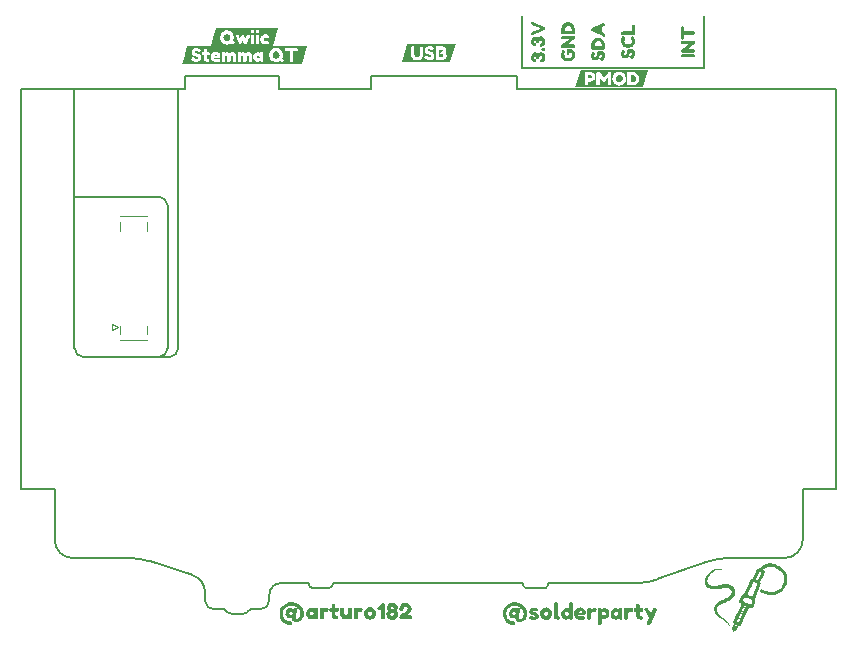
<source format=gto>
G04 #@! TF.GenerationSoftware,KiCad,Pcbnew,9.0.0*
G04 #@! TF.CreationDate,2025-04-02T18:41:46+03:00*
G04 #@! TF.ProjectId,bbq20_keyboard,62627132-305f-46b6-9579-626f6172642e,2*
G04 #@! TF.SameCoordinates,Original*
G04 #@! TF.FileFunction,Legend,Top*
G04 #@! TF.FilePolarity,Positive*
%FSLAX46Y46*%
G04 Gerber Fmt 4.6, Leading zero omitted, Abs format (unit mm)*
G04 Created by KiCad (PCBNEW 9.0.0) date 2025-04-02 18:41:46*
%MOMM*%
%LPD*%
G01*
G04 APERTURE LIST*
%ADD10C,0.150000*%
%ADD11C,0.000000*%
%ADD12C,0.120000*%
%ADD13C,0.100000*%
%ADD14R,0.750000X0.300000*%
%ADD15R,0.420000X0.230000*%
%ADD16C,2.700000*%
%ADD17R,1.700000X1.700000*%
%ADD18O,1.700000X1.700000*%
%ADD19C,0.650000*%
%ADD20O,1.000000X1.600000*%
%ADD21O,1.000000X2.100000*%
G04 APERTURE END LIST*
D10*
X122319125Y-115792999D02*
G75*
G02*
X124205664Y-116094138I-25J-6060001D01*
G01*
X179454999Y-114277999D02*
X179454999Y-109934999D01*
X155700000Y-69900000D02*
X155700000Y-74300000D01*
X134291612Y-119389642D02*
G75*
G02*
X133534112Y-120147112I-757512J42D01*
G01*
X125700000Y-98000000D02*
X125700001Y-86000001D01*
X129614246Y-120157857D02*
X130472804Y-120157857D01*
X134291612Y-119389642D02*
X134291612Y-118923999D01*
X130472804Y-120157857D02*
X130744306Y-120379502D01*
X124205666Y-116094131D02*
X127813382Y-117275979D01*
X118600000Y-98800001D02*
G75*
G02*
X117799999Y-98000000I0J800001D01*
G01*
X139687132Y-117913999D02*
X155793035Y-117913999D01*
X132449217Y-120395841D02*
X132782679Y-120147142D01*
X179454999Y-114277999D02*
G75*
G02*
X177939999Y-115792999I-1514999J-1D01*
G01*
X137933678Y-118317999D02*
X139384132Y-118317999D01*
X128856746Y-118715696D02*
X128856746Y-119400357D01*
X127813381Y-117275979D02*
G75*
G02*
X128856718Y-118715696I-471681J-1439721D01*
G01*
X124900000Y-98800000D02*
X119700000Y-98800000D01*
X167160917Y-117617121D02*
G75*
G02*
X165454949Y-117913981I-1705917J4753121D01*
G01*
X135301612Y-117913999D02*
X137630678Y-117913999D01*
X131127538Y-120516067D02*
X132086921Y-120516067D01*
X125700000Y-98000000D02*
G75*
G02*
X124900001Y-98800000I-800000J0D01*
G01*
X131127537Y-120516067D02*
G75*
G02*
X130744295Y-120379515I-37J605967D01*
G01*
X117800000Y-76150000D02*
X117799999Y-98000000D01*
X117643000Y-115792999D02*
G75*
G02*
X116128001Y-114277999I0J1514999D01*
G01*
X142933178Y-74989000D02*
X142933178Y-76100000D01*
X139687132Y-118014999D02*
G75*
G02*
X139384132Y-118318032I-303032J-1D01*
G01*
X182282999Y-76100000D02*
X155255177Y-76100000D01*
X132449218Y-120395842D02*
G75*
G02*
X132086921Y-120516086I-362318J485742D01*
G01*
X117800000Y-85200000D02*
X124900001Y-85200001D01*
X155255177Y-76100000D02*
X155255177Y-74989000D01*
X157931677Y-118115999D02*
G75*
G02*
X157729677Y-118317977I-201977J-1D01*
G01*
X126593756Y-98000000D02*
G75*
G02*
X125793755Y-98799956I-799956J0D01*
G01*
X135132445Y-74989000D02*
X127153445Y-74989000D01*
X127153445Y-76100000D02*
X113300000Y-76100000D01*
X156904483Y-118317999D02*
X157729677Y-118317999D01*
X155700000Y-74300000D02*
X171100000Y-74300000D01*
X137630678Y-117913999D02*
X137630678Y-118014999D01*
X155995035Y-118317999D02*
X156904483Y-118317999D01*
X124900001Y-85200001D02*
G75*
G02*
X125699999Y-86000000I-1J-799999D01*
G01*
X173297817Y-115792999D02*
X177939999Y-115792999D01*
X113300000Y-76100000D02*
X113300000Y-109934999D01*
X132782679Y-120147142D02*
X133534112Y-120147142D01*
X117643000Y-115792999D02*
X122319125Y-115792999D01*
X139687132Y-118014999D02*
X139687132Y-117913999D01*
X126600000Y-76121929D02*
X126593756Y-98000000D01*
X142933178Y-76100000D02*
X135132445Y-76100000D01*
X127153445Y-74989000D02*
X127153445Y-76100000D01*
X179454999Y-109934999D02*
X182282999Y-109934999D01*
X125793755Y-98800001D02*
X118600000Y-98800001D01*
X157931677Y-118115999D02*
X157931677Y-117913999D01*
X171250655Y-116149252D02*
G75*
G02*
X173297817Y-115793005I2047145J-5703748D01*
G01*
X129614246Y-120157857D02*
G75*
G02*
X128856743Y-119400357I-46J757457D01*
G01*
X155995035Y-118317999D02*
G75*
G02*
X155793001Y-118115999I-35J201999D01*
G01*
X157931677Y-117913999D02*
X163736216Y-117913999D01*
X155793035Y-117913999D02*
X155793035Y-118115999D01*
X167160918Y-117617122D02*
X171250656Y-116149253D01*
X116128000Y-109934999D02*
X116128000Y-114277999D01*
X135132445Y-76100000D02*
X135132445Y-74989000D01*
X182282999Y-109934999D02*
X182282999Y-76100000D01*
X134291612Y-118923999D02*
G75*
G02*
X135301612Y-117914012I1009988J-1D01*
G01*
X155255177Y-74989000D02*
X142933178Y-74989000D01*
X137933678Y-118317999D02*
G75*
G02*
X137630701Y-118014999I22J302999D01*
G01*
X171100000Y-74300000D02*
X171100000Y-69900000D01*
X163736216Y-117913999D02*
X165454949Y-117913999D01*
X113300000Y-109934999D02*
X116128000Y-109934999D01*
D11*
G04 #@! TO.C,svg2mod*
G36*
X161560100Y-74932506D02*
G01*
X161606137Y-75038075D01*
X161560100Y-75142850D01*
X161466437Y-75177775D01*
X161266413Y-75177775D01*
X161266413Y-74896787D01*
X161464850Y-74896787D01*
X161560100Y-74932506D01*
G37*
G36*
X165146461Y-74918417D02*
G01*
X165243894Y-74983306D01*
X165311164Y-75080342D01*
X165333587Y-75198412D01*
X165310569Y-75316086D01*
X165241513Y-75411931D01*
X165143881Y-75475630D01*
X165035138Y-75496863D01*
X164881150Y-75496863D01*
X164881150Y-74896787D01*
X165033550Y-74896787D01*
X165146461Y-74918417D01*
G37*
G36*
X164028067Y-74904328D02*
G01*
X164124706Y-74969812D01*
X164175418Y-75034371D01*
X164205845Y-75111629D01*
X164215988Y-75201588D01*
X164205933Y-75291369D01*
X164175771Y-75368099D01*
X164125500Y-75431775D01*
X164029456Y-75496069D01*
X163922300Y-75517500D01*
X163814945Y-75495473D01*
X163718306Y-75429394D01*
X163667594Y-75364747D01*
X163637167Y-75288283D01*
X163627025Y-75200000D01*
X163637079Y-75111717D01*
X163667242Y-75035253D01*
X163717513Y-74970606D01*
X163813556Y-74904527D01*
X163920713Y-74882500D01*
X164028067Y-74904328D01*
G37*
G36*
X160985425Y-74469221D02*
G01*
X165614575Y-74469221D01*
X165945304Y-74469221D01*
X166383772Y-74469221D01*
X165945304Y-75930779D01*
X165614575Y-75930779D01*
X160985425Y-75930779D01*
X160654696Y-75930779D01*
X160216228Y-75930779D01*
X160568812Y-74755500D01*
X160985425Y-74755500D01*
X160985425Y-75636563D01*
X160994950Y-75719113D01*
X161037019Y-75763166D01*
X161125125Y-75777850D01*
X161206881Y-75767134D01*
X161248950Y-75734988D01*
X161264031Y-75692919D01*
X161266413Y-75638150D01*
X161266413Y-75458763D01*
X161464850Y-75458763D01*
X161557983Y-75447474D01*
X161649000Y-75413607D01*
X161737900Y-75357163D01*
X161797034Y-75299417D01*
X161844262Y-75224606D01*
X161875219Y-75136302D01*
X161885537Y-75038075D01*
X161875219Y-74939650D01*
X161844262Y-74850750D01*
X161797034Y-74775344D01*
X161776782Y-74755500D01*
X161988725Y-74755500D01*
X161988725Y-75636563D01*
X161991106Y-75693713D01*
X162006187Y-75734988D01*
X162048256Y-75767134D01*
X162126837Y-75777850D01*
X162207800Y-75767134D01*
X162250662Y-75734988D01*
X162265744Y-75694506D01*
X162268125Y-75639738D01*
X162268125Y-75104750D01*
X162297494Y-75144239D01*
X162369725Y-75243656D01*
X162447909Y-75350614D01*
X162495137Y-75412725D01*
X162507837Y-75430188D01*
X162549906Y-75462731D01*
X162614994Y-75479400D01*
X162681669Y-75461144D01*
X162720562Y-75432569D01*
X162749137Y-75395263D01*
X162783666Y-75348233D01*
X162845975Y-75261119D01*
X162913047Y-75168448D01*
X162961862Y-75104750D01*
X162961862Y-75636563D01*
X162969800Y-75719113D01*
X162992025Y-75750863D01*
X163033300Y-75769913D01*
X163106325Y-75777850D01*
X163182525Y-75768325D01*
X163227769Y-75726653D01*
X163242850Y-75639738D01*
X163242850Y-75207938D01*
X163346038Y-75207938D01*
X163356604Y-75324420D01*
X163388305Y-75432569D01*
X163441139Y-75532383D01*
X163515106Y-75623863D01*
X163604155Y-75700261D01*
X163702233Y-75754831D01*
X163809339Y-75787573D01*
X163925475Y-75798488D01*
X164041363Y-75787425D01*
X164147725Y-75754236D01*
X164244563Y-75698921D01*
X164331875Y-75621481D01*
X164404106Y-75528315D01*
X164455700Y-75425822D01*
X164486656Y-75314002D01*
X164496975Y-75192856D01*
X164486160Y-75072157D01*
X164453716Y-74961677D01*
X164399641Y-74861416D01*
X164323938Y-74771375D01*
X164302698Y-74753912D01*
X164600163Y-74753912D01*
X164600163Y-75636563D01*
X164619213Y-75738163D01*
X164661281Y-75767928D01*
X164739863Y-75777850D01*
X165030375Y-75777850D01*
X165147304Y-75767035D01*
X165255205Y-75734591D01*
X165354076Y-75680516D01*
X165443919Y-75604813D01*
X165518581Y-75513978D01*
X165571911Y-75414511D01*
X165603909Y-75306412D01*
X165614575Y-75189681D01*
X165603661Y-75073397D01*
X165570919Y-74966637D01*
X165516348Y-74869403D01*
X165439950Y-74781694D01*
X165349165Y-74709115D01*
X165251434Y-74657273D01*
X165146759Y-74626168D01*
X165035138Y-74615800D01*
X164741450Y-74614212D01*
X164659694Y-74624928D01*
X164617625Y-74657075D01*
X164602544Y-74698350D01*
X164600163Y-74753912D01*
X164302698Y-74753912D01*
X164233549Y-74697060D01*
X164135422Y-74643978D01*
X164029555Y-74612129D01*
X163915950Y-74601512D01*
X163808000Y-74612625D01*
X163703225Y-74645962D01*
X163605991Y-74698747D01*
X163520663Y-74768200D01*
X163449225Y-74855314D01*
X163393663Y-74961081D01*
X163357944Y-75080342D01*
X163346038Y-75207938D01*
X163242850Y-75207938D01*
X163242850Y-74758675D01*
X163240469Y-74703112D01*
X163225387Y-74660250D01*
X163183517Y-74628103D01*
X163102356Y-74617387D01*
X163020005Y-74628103D01*
X162974562Y-74660250D01*
X162931192Y-74715685D01*
X162873470Y-74790552D01*
X162801398Y-74884849D01*
X162714974Y-74998578D01*
X162614200Y-75131737D01*
X162253837Y-74658662D01*
X162244312Y-74649137D01*
X162203831Y-74627706D01*
X162130012Y-74617387D01*
X162049050Y-74627706D01*
X162006187Y-74658662D01*
X161991106Y-74700731D01*
X161988725Y-74755500D01*
X161776782Y-74755500D01*
X161737900Y-74717400D01*
X161649176Y-74660956D01*
X161558689Y-74627089D01*
X161466437Y-74615800D01*
X161126712Y-74615800D01*
X161044956Y-74626516D01*
X161002887Y-74658662D01*
X160987806Y-74700731D01*
X160985425Y-74755500D01*
X160568812Y-74755500D01*
X160654696Y-74469221D01*
X160985425Y-74469221D01*
G37*
G36*
X136292207Y-119556364D02*
G01*
X136435876Y-119575810D01*
X136567903Y-119608222D01*
X136746795Y-119680850D01*
X136904850Y-119782053D01*
X137036712Y-119915403D01*
X137137022Y-120084472D01*
X137183985Y-120211472D01*
X137212164Y-120343234D01*
X137221556Y-120479759D01*
X137207269Y-120672045D01*
X137164406Y-120832184D01*
X137098327Y-120961665D01*
X137014388Y-121061975D01*
X136884742Y-121159871D01*
X136746629Y-121218608D01*
X136600050Y-121238188D01*
X136455984Y-121214375D01*
X136338113Y-121142938D01*
X136259531Y-121030423D01*
X136233338Y-120883381D01*
X136238100Y-120826231D01*
X136144636Y-120890525D01*
X136021406Y-120911956D01*
X135890735Y-120882488D01*
X135774947Y-120794084D01*
X135693687Y-120664009D01*
X135666600Y-120509525D01*
X135673116Y-120459519D01*
X135971400Y-120459519D01*
X135971400Y-120476187D01*
X136009500Y-120570247D01*
X136109512Y-120609538D01*
X136220241Y-120563103D01*
X136276200Y-120459519D01*
X136276200Y-120445231D01*
X136241672Y-120348791D01*
X136140469Y-120307119D01*
X136026169Y-120353553D01*
X135971400Y-120459519D01*
X135673116Y-120459519D01*
X135684062Y-120375514D01*
X135736450Y-120256054D01*
X135823762Y-120151147D01*
X135978246Y-120041312D01*
X136127372Y-120004700D01*
X136251495Y-120028512D01*
X136330969Y-120099950D01*
X136377403Y-120027322D01*
X136491703Y-120002319D01*
X136601241Y-120027322D01*
X136631006Y-120084472D01*
X136626244Y-120154719D01*
X136545281Y-120764319D01*
X136528613Y-120890525D01*
X136546472Y-120929816D01*
X136602431Y-120940531D01*
X136676250Y-120931006D01*
X136758403Y-120891716D01*
X136840556Y-120814325D01*
X136904850Y-120680975D01*
X136926281Y-120509525D01*
X136910803Y-120335098D01*
X136864369Y-120192819D01*
X136791145Y-120079709D01*
X136695300Y-119992794D01*
X136539328Y-119910773D01*
X136363513Y-119861560D01*
X136167853Y-119845156D01*
X135975236Y-119864603D01*
X135808549Y-119922944D01*
X135667791Y-120020178D01*
X135561296Y-120150750D01*
X135497399Y-120309103D01*
X135476100Y-120495237D01*
X135492636Y-120681769D01*
X135542246Y-120841313D01*
X135624928Y-120973869D01*
X135742271Y-121073088D01*
X135895861Y-121132619D01*
X136085700Y-121152463D01*
X136130944Y-121152463D01*
X136210716Y-121179847D01*
X136233338Y-121281050D01*
X136222622Y-121387016D01*
X136185712Y-121431069D01*
X136083319Y-121450119D01*
X135884782Y-121433971D01*
X135708272Y-121385527D01*
X135553788Y-121304788D01*
X135421331Y-121191753D01*
X135315068Y-121051483D01*
X135239166Y-120889037D01*
X135193624Y-120704415D01*
X135178444Y-120497619D01*
X135193790Y-120311749D01*
X135239827Y-120141490D01*
X135316556Y-119986841D01*
X135417759Y-119852432D01*
X135537219Y-119742895D01*
X135674934Y-119658228D01*
X135824159Y-119598035D01*
X135978147Y-119561920D01*
X136136897Y-119549881D01*
X136292207Y-119556364D01*
G37*
G36*
X158642595Y-119549881D02*
G01*
X158693078Y-119588457D01*
X158711175Y-119639892D01*
X158714033Y-119706567D01*
X158714033Y-120588583D01*
X158725463Y-120675260D01*
X158775945Y-120693358D01*
X158828333Y-120696215D01*
X158860718Y-120712408D01*
X158898818Y-120847663D01*
X158889293Y-120944341D01*
X158860718Y-120994348D01*
X158776898Y-121014350D01*
X158624498Y-121005778D01*
X158503530Y-120971964D01*
X158433998Y-120908623D01*
X158393993Y-120787655D01*
X158380658Y-120611443D01*
X158380658Y-119704662D01*
X158383515Y-119638940D01*
X158399708Y-119588457D01*
X158450190Y-119549881D01*
X158548298Y-119537022D01*
X158642595Y-119549881D01*
G37*
G36*
X161849663Y-120004700D02*
G01*
X161916338Y-120020892D01*
X161976346Y-120059945D01*
X162000158Y-120148527D01*
X161963963Y-120281877D01*
X161859188Y-120354267D01*
X161793466Y-120339027D01*
X161710598Y-120323787D01*
X161614395Y-120359982D01*
X161569628Y-120447612D01*
X161569628Y-120847663D01*
X161566770Y-120913385D01*
X161548673Y-120963868D01*
X161497238Y-121001015D01*
X161400083Y-121013397D01*
X161268638Y-120981013D01*
X161234348Y-120899098D01*
X161234348Y-120843853D01*
X161234348Y-120175197D01*
X161237205Y-120109475D01*
X161253398Y-120060897D01*
X161303880Y-120022321D01*
X161401988Y-120009462D01*
X161494857Y-120020416D01*
X161544863Y-120053277D01*
X161565818Y-120116142D01*
X161593440Y-120083757D01*
X161670593Y-120032322D01*
X161774416Y-119999938D01*
X161849663Y-120004700D01*
G37*
G36*
X164964338Y-120004700D02*
G01*
X165031013Y-120020892D01*
X165091021Y-120059945D01*
X165114833Y-120148527D01*
X165078638Y-120281877D01*
X164973863Y-120354267D01*
X164908141Y-120339027D01*
X164825273Y-120323787D01*
X164729071Y-120359982D01*
X164684303Y-120447612D01*
X164684303Y-120847663D01*
X164681446Y-120913385D01*
X164663348Y-120963868D01*
X164611913Y-121001015D01*
X164514758Y-121013397D01*
X164383313Y-120981013D01*
X164349023Y-120899098D01*
X164349023Y-120843853D01*
X164349023Y-120175197D01*
X164351881Y-120109475D01*
X164368073Y-120060897D01*
X164418556Y-120022321D01*
X164516663Y-120009462D01*
X164609532Y-120020416D01*
X164659538Y-120053277D01*
X164680493Y-120116142D01*
X164708116Y-120083757D01*
X164785268Y-120032322D01*
X164889091Y-119999938D01*
X164964338Y-120004700D01*
G37*
G36*
X166290218Y-120003747D02*
G01*
X166323556Y-120035180D01*
X166354988Y-120087567D01*
X166428331Y-120212345D01*
X166490243Y-120317226D01*
X166550251Y-120417238D01*
X166608353Y-120512383D01*
X166638833Y-120438326D01*
X166711223Y-120277115D01*
X166782899Y-120120191D01*
X166811236Y-120058992D01*
X166833143Y-120026607D01*
X166902676Y-119994222D01*
X167008403Y-120020892D01*
X167092699Y-120075661D01*
X167120798Y-120140907D01*
X167105558Y-120205677D01*
X167090318Y-120238062D01*
X166591208Y-121354393D01*
X166565491Y-121409638D01*
X166532153Y-121445833D01*
X166475003Y-121462978D01*
X166374038Y-121434403D01*
X166289742Y-121380110D01*
X166261643Y-121316293D01*
X166273073Y-121271882D01*
X166307363Y-121184371D01*
X166364513Y-121053760D01*
X166444523Y-120880048D01*
X166065428Y-120241872D01*
X166027328Y-120148527D01*
X166053046Y-120087567D01*
X166130198Y-120026607D01*
X166231163Y-119988507D01*
X166290218Y-120003747D01*
G37*
G36*
X157866731Y-120003007D02*
G01*
X157988016Y-120052219D01*
X158098718Y-120134240D01*
X158186560Y-120241661D01*
X158239265Y-120367073D01*
X158256833Y-120510478D01*
X158236354Y-120659782D01*
X158174918Y-120791465D01*
X158084192Y-120898145D01*
X157975845Y-120972440D01*
X157856545Y-121016017D01*
X157732958Y-121030543D01*
X157609133Y-121015064D01*
X157489118Y-120968630D01*
X157380295Y-120891954D01*
X157290045Y-120785750D01*
X157229324Y-120656924D01*
X157209083Y-120512383D01*
X157209437Y-120509525D01*
X157546268Y-120509525D01*
X157561508Y-120590488D01*
X157607228Y-120648590D01*
X157731053Y-120695263D01*
X157856783Y-120647638D01*
X157903932Y-120588583D01*
X157919648Y-120506668D01*
X157904884Y-120425229D01*
X157860593Y-120367602D01*
X157732958Y-120321882D01*
X157605323Y-120369507D01*
X157561032Y-120428324D01*
X157546268Y-120509525D01*
X157209437Y-120509525D01*
X157226863Y-120368872D01*
X157280203Y-120243142D01*
X157369103Y-120135192D01*
X157480863Y-120052642D01*
X157602783Y-120003112D01*
X157734863Y-119986603D01*
X157866731Y-120003007D01*
G37*
G36*
X164126138Y-120020892D02*
G01*
X164176621Y-120060897D01*
X164193766Y-120111380D01*
X164196623Y-120177102D01*
X164196623Y-120843853D01*
X164193766Y-120909575D01*
X164177573Y-120960058D01*
X164131615Y-120997205D01*
X164047081Y-121009588D01*
X163908016Y-120983870D01*
X163867058Y-120908623D01*
X163772999Y-120984346D01*
X163631791Y-121009588D01*
X163524581Y-120992866D01*
X163422664Y-120942701D01*
X163326038Y-120859093D01*
X163247721Y-120753365D01*
X163200731Y-120636843D01*
X163185420Y-120512383D01*
X163518443Y-120512383D01*
X163567973Y-120625730D01*
X163687988Y-120676213D01*
X163805146Y-120624778D01*
X163851818Y-120511430D01*
X163807051Y-120396177D01*
X163687036Y-120342837D01*
X163565116Y-120396177D01*
X163518443Y-120512383D01*
X163185420Y-120512383D01*
X163185068Y-120509525D01*
X163200837Y-120382313D01*
X163248145Y-120266108D01*
X163326991Y-120160910D01*
X163424675Y-120077831D01*
X163528497Y-120027983D01*
X163638458Y-120011367D01*
X163756568Y-120034227D01*
X163830863Y-120077090D01*
X163865153Y-120116142D01*
X163908492Y-120036132D01*
X164015648Y-120009462D01*
X164126138Y-120020892D01*
G37*
G36*
X159919898Y-119552262D02*
G01*
X159970380Y-119592267D01*
X159987525Y-119642750D01*
X159990383Y-119708472D01*
X159990383Y-120845758D01*
X159987525Y-120911480D01*
X159969428Y-120960058D01*
X159914897Y-120998634D01*
X159808455Y-121011493D01*
X159705347Y-120988156D01*
X159660818Y-120918148D01*
X159565092Y-120986728D01*
X159437933Y-121009588D01*
X159327020Y-120992972D01*
X159222880Y-120943124D01*
X159125513Y-120860045D01*
X159047196Y-120754847D01*
X159000206Y-120638642D01*
X158984660Y-120512383D01*
X159317918Y-120512383D01*
X159367448Y-120626683D01*
X159487463Y-120678118D01*
X159604620Y-120626683D01*
X159651293Y-120513335D01*
X159606525Y-120398082D01*
X159485558Y-120344742D01*
X159363638Y-120397130D01*
X159317918Y-120512383D01*
X158984660Y-120512383D01*
X158984543Y-120511430D01*
X159000312Y-120384112D01*
X159047620Y-120267590D01*
X159126465Y-120161862D01*
X159224150Y-120078254D01*
X159327972Y-120028089D01*
X159437933Y-120011367D01*
X159563187Y-120035180D01*
X159657008Y-120106617D01*
X159657008Y-119706567D01*
X159659866Y-119640845D01*
X159677010Y-119591315D01*
X159727493Y-119552262D01*
X159823695Y-119540832D01*
X159919898Y-119552262D01*
G37*
G36*
X162387826Y-120035180D02*
G01*
X162428783Y-120110427D01*
X162521890Y-120036132D01*
X162656431Y-120011367D01*
X162758136Y-120027666D01*
X162856244Y-120076561D01*
X162950753Y-120158052D01*
X163028011Y-120261134D01*
X163074366Y-120374799D01*
X163089818Y-120499047D01*
X163074472Y-120623296D01*
X163028435Y-120736961D01*
X162951706Y-120840043D01*
X162857620Y-120921534D01*
X162759512Y-120970429D01*
X162657383Y-120986728D01*
X162522604Y-120964820D01*
X162430688Y-120899098D01*
X162430688Y-121283908D01*
X162427831Y-121348678D01*
X162410686Y-121397255D01*
X162362108Y-121436308D01*
X162268763Y-121447738D01*
X162174466Y-121436308D01*
X162124936Y-121398208D01*
X162107791Y-121350583D01*
X162104933Y-121285813D01*
X162104933Y-120500953D01*
X162438308Y-120500953D01*
X162483076Y-120612395D01*
X162597376Y-120662878D01*
X162715486Y-120613348D01*
X162764063Y-120500953D01*
X162718343Y-120387605D01*
X162599281Y-120337122D01*
X162482123Y-120388557D01*
X162438308Y-120500953D01*
X162104933Y-120500953D01*
X162104933Y-120173292D01*
X162107791Y-120108522D01*
X162123983Y-120060897D01*
X162169227Y-120022321D01*
X162251618Y-120009462D01*
X162387826Y-120035180D01*
G37*
G36*
X160780720Y-120000176D02*
G01*
X160886685Y-120035180D01*
X160975030Y-120093521D01*
X161045753Y-120175197D01*
X161094330Y-120278782D01*
X161110523Y-120391415D01*
X161095997Y-120493332D01*
X161052420Y-120564770D01*
X160923833Y-120620968D01*
X160472348Y-120620968D01*
X160535213Y-120710503D01*
X160660943Y-120746698D01*
X160759527Y-120740983D01*
X160834298Y-120723838D01*
X160855253Y-120716218D01*
X160931453Y-120695263D01*
X161036228Y-120780988D01*
X161060993Y-120868618D01*
X161035633Y-120942793D01*
X160959552Y-120995776D01*
X160832750Y-121027566D01*
X160655228Y-121038163D01*
X160522116Y-121026018D01*
X160404720Y-120989585D01*
X160307327Y-120933149D01*
X160234223Y-120860998D01*
X160167548Y-120754106D01*
X160127543Y-120639171D01*
X160114208Y-120516192D01*
X160122131Y-120447612D01*
X160468538Y-120447612D01*
X160708568Y-120447612D01*
X160780958Y-120386652D01*
X160747620Y-120316167D01*
X160652370Y-120289497D01*
X160529498Y-120339980D01*
X160468538Y-120447612D01*
X160122131Y-120447612D01*
X160131459Y-120366862D01*
X160183211Y-120238909D01*
X160269465Y-120132335D01*
X160381543Y-120052431D01*
X160510765Y-120004488D01*
X160657133Y-119988507D01*
X160780720Y-120000176D01*
G37*
G36*
X165618229Y-119684184D02*
G01*
X165669188Y-119737047D01*
X165678713Y-119834202D01*
X165678713Y-120020892D01*
X165805396Y-120013272D01*
X165870166Y-120016130D01*
X165920648Y-120034227D01*
X165957796Y-120083281D01*
X165970178Y-120180912D01*
X165957319Y-120277591D01*
X165918743Y-120327597D01*
X165868260Y-120343790D01*
X165802538Y-120346647D01*
X165678713Y-120339027D01*
X165678713Y-120601918D01*
X165694906Y-120676213D01*
X165755866Y-120699073D01*
X165824446Y-120701930D01*
X165874928Y-120720028D01*
X165918743Y-120847663D01*
X165905408Y-120944341D01*
X165865403Y-120994348D01*
X165814921Y-121010540D01*
X165751103Y-121013397D01*
X165629606Y-121003449D01*
X165529276Y-120973604D01*
X165450113Y-120923863D01*
X165392963Y-120850414D01*
X165358673Y-120749449D01*
X165347243Y-120620968D01*
X165347243Y-120339027D01*
X165269138Y-120344742D01*
X165199606Y-120312357D01*
X165171983Y-120201867D01*
X165181508Y-120088520D01*
X165208178Y-120038037D01*
X165284378Y-120013272D01*
X165347243Y-120020892D01*
X165347243Y-119824677D01*
X165350101Y-119759907D01*
X165368198Y-119714187D01*
X165417252Y-119678469D01*
X165514883Y-119666562D01*
X165618229Y-119684184D01*
G37*
G36*
X156862373Y-120006605D02*
G01*
X157003343Y-120055182D01*
X157070018Y-120131382D01*
X157028108Y-120243777D01*
X156942383Y-120310452D01*
X156857610Y-120281877D01*
X156723308Y-120253302D01*
X156610913Y-120295212D01*
X156643298Y-120342361D01*
X156740453Y-120369507D01*
X156864278Y-120394272D01*
X156984293Y-120441897D01*
X157076685Y-120534290D01*
X157104546Y-120608347D01*
X157113833Y-120699073D01*
X157104546Y-120790751D01*
X157076685Y-120867665D01*
X156972863Y-120971488D01*
X156884704Y-121004296D01*
X156782786Y-121023981D01*
X156667110Y-121030543D01*
X156546143Y-121018689D01*
X156428350Y-120983129D01*
X156313733Y-120923863D01*
X156277538Y-120851473D01*
X156295635Y-120789084D01*
X156349928Y-120700978D01*
X156417555Y-120668593D01*
X156544238Y-120715265D01*
X156689018Y-120761938D01*
X156776172Y-120750508D01*
X156805223Y-120716218D01*
X156773314Y-120684785D01*
X156677588Y-120662878D01*
X156558049Y-120631921D01*
X156439463Y-120573343D01*
X156348023Y-120465710D01*
X156320877Y-120385462D01*
X156311828Y-120291402D01*
X156328363Y-120183046D01*
X156377970Y-120098769D01*
X156460647Y-120038571D01*
X156576394Y-120002452D01*
X156725213Y-119990412D01*
X156862373Y-120006605D01*
G37*
G36*
X162653478Y-70525994D02*
G01*
X162702294Y-70595050D01*
X162729281Y-70679981D01*
X162714994Y-70730781D01*
X162684831Y-70759356D01*
X162637206Y-70783962D01*
X162465756Y-70866512D01*
X162465756Y-71306250D01*
X162637206Y-71388800D01*
X162683244Y-71413406D01*
X162712613Y-71441981D01*
X162727694Y-71492781D01*
X162700706Y-71577712D01*
X162653081Y-71646769D01*
X162599106Y-71669787D01*
X162518144Y-71642800D01*
X161630731Y-71214175D01*
X161571994Y-71160994D01*
X161550237Y-71087175D01*
X162013319Y-71087175D01*
X162230806Y-71191950D01*
X162230806Y-70980812D01*
X162013319Y-71087175D01*
X161550237Y-71087175D01*
X161549769Y-71085588D01*
X161570406Y-71010975D01*
X161632319Y-70958587D01*
X162518144Y-70529962D01*
X162599106Y-70502975D01*
X162653478Y-70525994D01*
G37*
G36*
X162240381Y-71743954D02*
G01*
X162348480Y-71775952D01*
X162447946Y-71829282D01*
X162538781Y-71903944D01*
X162614485Y-71993786D01*
X162668559Y-72092658D01*
X162701004Y-72200558D01*
X162711819Y-72317488D01*
X162711819Y-72608000D01*
X162701897Y-72686581D01*
X162672131Y-72728650D01*
X162570531Y-72747700D01*
X161687881Y-72747700D01*
X161632319Y-72745319D01*
X161591044Y-72730238D01*
X161558897Y-72688169D01*
X161548181Y-72606413D01*
X161549760Y-72314313D01*
X161830756Y-72314313D01*
X161830756Y-72466713D01*
X162430831Y-72466713D01*
X162430831Y-72312725D01*
X162409598Y-72203981D01*
X162345900Y-72106350D01*
X162250055Y-72037294D01*
X162132381Y-72014275D01*
X162014311Y-72036698D01*
X161917275Y-72103969D01*
X161852386Y-72201402D01*
X161830756Y-72314313D01*
X161549760Y-72314313D01*
X161549769Y-72312725D01*
X161560137Y-72201104D01*
X161591242Y-72096428D01*
X161643084Y-71998698D01*
X161715662Y-71907912D01*
X161803372Y-71831514D01*
X161900606Y-71776944D01*
X162007366Y-71744202D01*
X162123650Y-71733287D01*
X162240381Y-71743954D01*
G37*
G36*
X162438967Y-72861206D02*
G01*
X162523700Y-72892163D01*
X162593352Y-72939788D01*
X162645144Y-73000113D01*
X162691887Y-73087778D01*
X162719933Y-73179324D01*
X162729281Y-73274750D01*
X162724717Y-73347378D01*
X162711025Y-73416038D01*
X162665781Y-73523988D01*
X162615775Y-73595425D01*
X162567356Y-73641463D01*
X162549894Y-73655750D01*
X162458613Y-73697025D01*
X162411583Y-73679959D01*
X162351456Y-73628763D01*
X162313356Y-73544625D01*
X162333200Y-73491444D01*
X162392731Y-73420800D01*
X162444325Y-73357300D01*
X162468931Y-73281100D01*
X162455526Y-73199079D01*
X162415309Y-73149867D01*
X162348281Y-73133463D01*
X162287163Y-73173944D01*
X162251444Y-73274750D01*
X162236958Y-73337456D01*
X162215725Y-73404925D01*
X162188936Y-73472394D01*
X162157781Y-73535100D01*
X162114720Y-73590464D01*
X162052212Y-73635906D01*
X161972639Y-73666267D01*
X161878381Y-73676388D01*
X161789217Y-73664834D01*
X161707990Y-73630174D01*
X161634700Y-73572406D01*
X161576933Y-73494707D01*
X161542272Y-73400251D01*
X161530719Y-73289038D01*
X161536870Y-73197955D01*
X161555325Y-73115206D01*
X161605331Y-73006463D01*
X161635494Y-72966775D01*
X161713281Y-72917563D01*
X161800594Y-72955663D01*
X161860125Y-73010431D01*
X161879969Y-73066788D01*
X161848219Y-73149338D01*
X161832344Y-73167594D01*
X161811706Y-73192200D01*
X161791069Y-73277131D01*
X161815675Y-73362856D01*
X161883937Y-73396988D01*
X161954581Y-73356506D01*
X161991094Y-73255700D01*
X162003198Y-73192597D01*
X162020462Y-73123938D01*
X162042489Y-73055278D01*
X162068881Y-72992175D01*
X162107973Y-72936811D01*
X162168100Y-72891369D01*
X162246880Y-72861008D01*
X162341931Y-72850888D01*
X162438967Y-72861206D01*
G37*
G36*
X155192207Y-119556364D02*
G01*
X155335876Y-119575810D01*
X155467903Y-119608222D01*
X155646795Y-119680850D01*
X155804850Y-119782053D01*
X155936712Y-119915403D01*
X156037022Y-120084472D01*
X156083985Y-120211472D01*
X156112164Y-120343234D01*
X156121556Y-120479759D01*
X156107269Y-120672045D01*
X156064406Y-120832184D01*
X155998327Y-120961665D01*
X155914388Y-121061975D01*
X155784742Y-121159871D01*
X155646629Y-121218608D01*
X155500050Y-121238188D01*
X155355984Y-121214375D01*
X155238113Y-121142938D01*
X155159531Y-121030423D01*
X155133338Y-120883381D01*
X155138100Y-120826231D01*
X155044636Y-120890525D01*
X154921406Y-120911956D01*
X154790735Y-120882488D01*
X154674947Y-120794084D01*
X154593687Y-120664009D01*
X154566600Y-120509525D01*
X154573116Y-120459519D01*
X154871400Y-120459519D01*
X154871400Y-120476187D01*
X154909500Y-120570247D01*
X155009512Y-120609538D01*
X155120241Y-120563103D01*
X155176200Y-120459519D01*
X155176200Y-120445231D01*
X155141672Y-120348791D01*
X155040469Y-120307119D01*
X154926169Y-120353553D01*
X154871400Y-120459519D01*
X154573116Y-120459519D01*
X154584062Y-120375514D01*
X154636450Y-120256054D01*
X154723762Y-120151147D01*
X154878246Y-120041312D01*
X155027372Y-120004700D01*
X155151495Y-120028512D01*
X155230969Y-120099950D01*
X155277403Y-120027322D01*
X155391703Y-120002319D01*
X155501241Y-120027322D01*
X155531006Y-120084472D01*
X155526244Y-120154719D01*
X155445281Y-120764319D01*
X155428613Y-120890525D01*
X155446472Y-120929816D01*
X155502431Y-120940531D01*
X155576250Y-120931006D01*
X155658403Y-120891716D01*
X155740556Y-120814325D01*
X155804850Y-120680975D01*
X155826281Y-120509525D01*
X155810803Y-120335098D01*
X155764369Y-120192819D01*
X155691145Y-120079709D01*
X155595300Y-119992794D01*
X155439328Y-119910773D01*
X155263513Y-119861560D01*
X155067853Y-119845156D01*
X154875236Y-119864603D01*
X154708549Y-119922944D01*
X154567791Y-120020178D01*
X154461296Y-120150750D01*
X154397399Y-120309103D01*
X154376100Y-120495237D01*
X154392636Y-120681769D01*
X154442246Y-120841313D01*
X154524928Y-120973869D01*
X154642271Y-121073088D01*
X154795861Y-121132619D01*
X154985700Y-121152463D01*
X155030944Y-121152463D01*
X155110716Y-121179847D01*
X155133338Y-121281050D01*
X155122622Y-121387016D01*
X155085712Y-121431069D01*
X154983319Y-121450119D01*
X154784782Y-121433971D01*
X154608272Y-121385527D01*
X154453788Y-121304788D01*
X154321331Y-121191753D01*
X154215068Y-121051483D01*
X154139166Y-120889037D01*
X154093624Y-120704415D01*
X154078444Y-120497619D01*
X154093790Y-120311749D01*
X154139827Y-120141490D01*
X154216556Y-119986841D01*
X154317759Y-119852432D01*
X154437219Y-119742895D01*
X154574934Y-119658228D01*
X154724159Y-119598035D01*
X154878147Y-119561920D01*
X155036897Y-119549881D01*
X155192207Y-119556364D01*
G37*
G36*
X143996452Y-119610390D02*
G01*
X144045983Y-119632297D01*
X144072653Y-119673255D01*
X144082178Y-119774220D01*
X144082178Y-120835305D01*
X144079320Y-120901028D01*
X144061223Y-120951510D01*
X144010740Y-120990086D01*
X143912633Y-121002945D01*
X143816906Y-120990563D01*
X143765948Y-120953415D01*
X143747850Y-120901028D01*
X143744993Y-120831495D01*
X143744993Y-120151410D01*
X143720228Y-120174270D01*
X143586878Y-120233325D01*
X143471625Y-120166650D01*
X143411618Y-120048540D01*
X143480198Y-119936145D01*
X143792618Y-119654205D01*
X143798333Y-119650395D01*
X143905965Y-119600865D01*
X143996452Y-119610390D01*
G37*
G36*
X139180612Y-119990437D02*
G01*
X139247287Y-120006630D01*
X139307295Y-120045683D01*
X139331107Y-120134265D01*
X139294912Y-120267615D01*
X139190137Y-120340005D01*
X139124415Y-120324765D01*
X139041547Y-120309525D01*
X138945345Y-120345720D01*
X138900577Y-120433350D01*
X138900577Y-120833400D01*
X138897720Y-120899123D01*
X138879622Y-120949605D01*
X138828187Y-120986753D01*
X138731032Y-120999135D01*
X138599587Y-120966750D01*
X138565297Y-120884835D01*
X138565297Y-120829590D01*
X138565297Y-120160935D01*
X138568155Y-120095212D01*
X138584347Y-120046635D01*
X138634830Y-120008059D01*
X138732937Y-119995200D01*
X138825806Y-120006154D01*
X138875812Y-120039015D01*
X138896767Y-120101880D01*
X138924390Y-120069495D01*
X139001542Y-120018060D01*
X139105365Y-119985675D01*
X139180612Y-119990437D01*
G37*
G36*
X142060973Y-119990437D02*
G01*
X142127648Y-120006630D01*
X142187655Y-120045683D01*
X142211468Y-120134265D01*
X142175273Y-120267615D01*
X142070498Y-120340005D01*
X142004775Y-120324765D01*
X141921908Y-120309525D01*
X141825705Y-120345720D01*
X141780937Y-120433350D01*
X141780937Y-120833400D01*
X141778080Y-120899123D01*
X141759982Y-120949605D01*
X141708547Y-120986753D01*
X141611392Y-120999135D01*
X141479947Y-120966750D01*
X141445657Y-120884835D01*
X141445657Y-120829590D01*
X141445657Y-120160935D01*
X141448515Y-120095212D01*
X141464707Y-120046635D01*
X141515190Y-120008059D01*
X141613297Y-119995200D01*
X141706166Y-120006154D01*
X141756172Y-120039015D01*
X141777127Y-120101880D01*
X141804750Y-120069495D01*
X141881902Y-120018060D01*
X141985725Y-119985675D01*
X142060973Y-119990437D01*
G37*
G36*
X142945316Y-119988744D02*
G01*
X143066601Y-120037957D01*
X143177303Y-120119977D01*
X143265144Y-120227398D01*
X143317849Y-120352811D01*
X143335418Y-120496215D01*
X143314939Y-120645519D01*
X143253503Y-120777203D01*
X143162777Y-120883883D01*
X143054430Y-120958178D01*
X142935129Y-121001754D01*
X142811543Y-121016280D01*
X142687718Y-121000802D01*
X142567703Y-120954368D01*
X142458879Y-120877691D01*
X142368630Y-120771488D01*
X142307908Y-120642662D01*
X142287668Y-120498120D01*
X142288022Y-120495263D01*
X142624853Y-120495263D01*
X142640093Y-120576225D01*
X142685813Y-120634328D01*
X142809638Y-120681000D01*
X142935368Y-120633375D01*
X142982516Y-120574320D01*
X142998233Y-120492405D01*
X142983469Y-120410966D01*
X142939178Y-120353340D01*
X142811543Y-120307620D01*
X142683908Y-120355245D01*
X142639616Y-120414062D01*
X142624853Y-120495263D01*
X142288022Y-120495263D01*
X142305448Y-120354610D01*
X142358788Y-120228880D01*
X142447688Y-120120930D01*
X142559448Y-120038380D01*
X142681368Y-119988850D01*
X142813448Y-119972340D01*
X142945316Y-119988744D01*
G37*
G36*
X141224201Y-120006154D02*
G01*
X141274207Y-120044730D01*
X141290400Y-120095212D01*
X141293257Y-120160935D01*
X141293257Y-120835305D01*
X141290400Y-120899123D01*
X141272302Y-120947700D01*
X141221344Y-120984848D01*
X141125617Y-120997230D01*
X141031796Y-120985800D01*
X140982742Y-120951510D01*
X140963692Y-120873405D01*
X140929402Y-120911505D01*
X140877968Y-120953415D01*
X140736997Y-120995325D01*
X140616030Y-120979133D01*
X140509667Y-120930555D01*
X140417910Y-120849593D01*
X140347531Y-120745347D01*
X140305303Y-120626919D01*
X140291227Y-120494310D01*
X140291227Y-120160935D01*
X140294085Y-120094260D01*
X140310277Y-120044730D01*
X140360760Y-120006154D01*
X140458867Y-119993295D01*
X140564595Y-120011392D01*
X140615077Y-120065685D01*
X140626507Y-120162840D01*
X140626507Y-120496215D01*
X140671275Y-120618135D01*
X140791290Y-120661950D01*
X140913210Y-120616230D01*
X140959882Y-120496215D01*
X140959882Y-120159030D01*
X140962740Y-120093307D01*
X140980837Y-120042825D01*
X141029891Y-120005677D01*
X141127522Y-119993295D01*
X141224201Y-120006154D01*
G37*
G36*
X138342412Y-120006630D02*
G01*
X138392895Y-120046635D01*
X138410040Y-120097117D01*
X138412897Y-120162840D01*
X138412897Y-120829590D01*
X138410040Y-120895313D01*
X138393847Y-120945795D01*
X138347889Y-120982943D01*
X138263355Y-120995325D01*
X138124290Y-120969608D01*
X138083332Y-120894360D01*
X137989273Y-120970084D01*
X137848065Y-120995325D01*
X137740856Y-120978603D01*
X137638938Y-120928438D01*
X137542312Y-120844830D01*
X137463996Y-120739103D01*
X137417006Y-120622580D01*
X137401694Y-120498120D01*
X137734717Y-120498120D01*
X137784247Y-120611468D01*
X137904262Y-120661950D01*
X138021420Y-120610515D01*
X138068092Y-120497168D01*
X138023325Y-120381915D01*
X137903310Y-120328575D01*
X137781390Y-120381915D01*
X137734717Y-120498120D01*
X137401694Y-120498120D01*
X137401342Y-120495263D01*
X137417112Y-120368051D01*
X137464419Y-120251846D01*
X137543265Y-120146647D01*
X137640949Y-120063568D01*
X137744772Y-120013721D01*
X137854733Y-119997105D01*
X137972842Y-120019965D01*
X138047137Y-120062827D01*
X138081427Y-120101880D01*
X138124766Y-120021870D01*
X138231922Y-119995200D01*
X138342412Y-120006630D01*
G37*
G36*
X139834504Y-119669921D02*
G01*
X139885463Y-119722785D01*
X139894988Y-119819940D01*
X139894988Y-120006630D01*
X140021670Y-119999010D01*
X140086440Y-120001867D01*
X140136922Y-120019965D01*
X140174070Y-120069019D01*
X140186452Y-120166650D01*
X140173594Y-120263329D01*
X140135017Y-120313335D01*
X140084535Y-120329528D01*
X140018812Y-120332385D01*
X139894988Y-120324765D01*
X139894988Y-120587655D01*
X139911180Y-120661950D01*
X139972140Y-120684810D01*
X140040720Y-120687668D01*
X140091202Y-120705765D01*
X140135017Y-120833400D01*
X140121682Y-120930079D01*
X140081677Y-120980085D01*
X140031195Y-120996278D01*
X139967377Y-120999135D01*
X139845881Y-120989187D01*
X139745551Y-120959342D01*
X139666387Y-120909600D01*
X139609237Y-120836152D01*
X139574947Y-120735187D01*
X139563517Y-120606705D01*
X139563517Y-120324765D01*
X139485412Y-120330480D01*
X139415880Y-120298095D01*
X139388257Y-120187605D01*
X139397782Y-120074257D01*
X139424452Y-120023775D01*
X139500652Y-119999010D01*
X139563517Y-120006630D01*
X139563517Y-119810415D01*
X139566375Y-119745645D01*
X139584472Y-119699925D01*
X139633526Y-119664206D01*
X139731157Y-119652300D01*
X139834504Y-119669921D01*
G37*
G36*
X145971514Y-119599489D02*
G01*
X146095657Y-119652512D01*
X146200538Y-119740882D01*
X146279913Y-119851902D01*
X146327538Y-119972869D01*
X146343413Y-120103785D01*
X146331506Y-120209512D01*
X146295788Y-120309525D01*
X146243400Y-120397155D01*
X146181488Y-120465735D01*
X146048138Y-120570986D01*
X145930028Y-120635280D01*
X145882403Y-120654330D01*
X145882403Y-120663855D01*
X146231018Y-120663855D01*
X146342460Y-120681953D01*
X146387228Y-120737198D01*
X146398658Y-120834353D01*
X146386275Y-120930555D01*
X146345318Y-120980085D01*
X146227208Y-121002945D01*
X145482353Y-121002945D01*
X145364243Y-120951510D01*
X145314713Y-120831495D01*
X145332572Y-120732673D01*
X145386150Y-120641948D01*
X145464969Y-120561461D01*
X145558553Y-120493358D01*
X145659518Y-120431921D01*
X145760483Y-120371438D01*
X145854066Y-120307382D01*
X145932885Y-120235230D01*
X145986463Y-120156649D01*
X146004323Y-120073305D01*
X145990988Y-120024727D01*
X145961460Y-119973292D01*
X145910978Y-119936145D01*
X145815728Y-119919000D01*
X145710000Y-119963767D01*
X145659518Y-120052350D01*
X145651898Y-120096165D01*
X145651898Y-120107595D01*
X145649040Y-120170460D01*
X145630943Y-120218085D01*
X145579508Y-120252375D01*
X145482353Y-120263805D01*
X145376149Y-120245707D01*
X145324238Y-120191415D01*
X145314713Y-120094260D01*
X145330482Y-119966731D01*
X145377789Y-119848303D01*
X145456635Y-119738977D01*
X145560987Y-119651665D01*
X145684812Y-119599277D01*
X145828110Y-119581815D01*
X145971514Y-119599489D01*
G37*
G36*
X144835499Y-119587953D02*
G01*
X144943449Y-119629228D01*
X145040393Y-119698020D01*
X145116593Y-119788190D01*
X145162313Y-119893600D01*
X145177553Y-120014250D01*
X145149930Y-120130455D01*
X145093733Y-120219990D01*
X145065158Y-120250470D01*
X145108020Y-120289522D01*
X145176600Y-120393345D01*
X145208747Y-120471926D01*
X145219463Y-120551460D01*
X145202212Y-120684493D01*
X145150459Y-120799110D01*
X145064205Y-120895313D01*
X144956149Y-120967808D01*
X144838992Y-121011306D01*
X144712733Y-121025805D01*
X144586473Y-121011412D01*
X144469316Y-120968232D01*
X144361260Y-120896265D01*
X144275006Y-120800380D01*
X144223253Y-120685445D01*
X144206984Y-120559080D01*
X144543188Y-120559080D01*
X144587003Y-120658140D01*
X144714638Y-120703860D01*
X144840368Y-120658140D01*
X144882278Y-120560033D01*
X144839415Y-120461925D01*
X144713685Y-120416205D01*
X144587003Y-120460973D01*
X144543188Y-120559080D01*
X144206984Y-120559080D01*
X144206003Y-120551460D01*
X144215766Y-120472641D01*
X144245055Y-120396203D01*
X144322208Y-120286665D01*
X144362213Y-120250470D01*
X144329828Y-120219990D01*
X144279345Y-120137122D01*
X144247913Y-120004725D01*
X144248295Y-120001867D01*
X144587003Y-120001867D01*
X144620340Y-120075210D01*
X144715590Y-120109500D01*
X144808935Y-120075210D01*
X144840368Y-120002820D01*
X144807983Y-119931382D01*
X144711780Y-119898045D01*
X144617483Y-119930430D01*
X144587003Y-120001867D01*
X144248295Y-120001867D01*
X144263576Y-119887462D01*
X144310566Y-119784592D01*
X144388883Y-119696115D01*
X144487943Y-119628382D01*
X144597163Y-119587742D01*
X144716543Y-119574195D01*
X144835499Y-119587953D01*
G37*
G36*
X157542125Y-72583394D02*
G01*
X157585781Y-72600062D01*
X157620309Y-72641933D01*
X157631819Y-72719919D01*
X157624278Y-72799691D01*
X157601656Y-72846919D01*
X157487356Y-72877875D01*
X157481006Y-72877875D01*
X157425444Y-72875494D01*
X157382581Y-72860413D01*
X157346863Y-72818542D01*
X157334956Y-72740556D01*
X157343291Y-72659395D01*
X157368294Y-72608000D01*
X157479419Y-72581013D01*
X157485769Y-72581013D01*
X157542125Y-72583394D01*
G37*
G36*
X156661856Y-70380737D02*
G01*
X157550856Y-70818887D01*
X157607213Y-70872069D01*
X157628644Y-70945887D01*
X157628644Y-70961762D01*
X157607213Y-71037169D01*
X157550856Y-71090350D01*
X156661856Y-71528500D01*
X156585656Y-71552312D01*
X156532475Y-71528897D01*
X156484056Y-71458650D01*
X156457069Y-71378481D01*
X156463419Y-71336412D01*
X156485644Y-71309425D01*
X156527712Y-71283231D01*
X156572162Y-71261998D01*
X156659475Y-71222112D01*
X156771592Y-71171114D01*
X156890456Y-71116544D01*
X157009320Y-71061775D01*
X157121438Y-71010181D01*
X157206170Y-70971089D01*
X157242881Y-70953825D01*
X156547556Y-70636325D01*
X156499931Y-70614100D01*
X156457069Y-70544250D01*
X156484056Y-70450587D01*
X156532475Y-70380341D01*
X156585656Y-70356925D01*
X156661856Y-70380737D01*
G37*
G36*
X157366971Y-71629924D02*
G01*
X157460369Y-71672257D01*
X157540538Y-71742812D01*
X157601833Y-71834711D01*
X157638610Y-71941074D01*
X157650869Y-72061900D01*
X157638522Y-72181844D01*
X157601480Y-72287678D01*
X157539744Y-72379400D01*
X157490134Y-72424247D01*
X157427031Y-72463538D01*
X157385756Y-72481000D01*
X157369881Y-72484175D01*
X157284156Y-72501638D01*
X157215100Y-72462744D01*
X157192081Y-72346063D01*
X157207956Y-72261925D01*
X157290506Y-72214300D01*
X157366706Y-72126988D01*
X157376231Y-72060312D01*
X157367698Y-71987287D01*
X157342100Y-71936487D01*
X157265106Y-71896800D01*
X157189700Y-71935694D01*
X157157156Y-72027769D01*
X157153981Y-72100000D01*
X157138106Y-72141275D01*
X157097228Y-72173422D01*
X157015869Y-72184138D01*
X156927366Y-72169453D01*
X156884106Y-72125400D01*
X156876169Y-72042850D01*
X156860691Y-71952362D01*
X156814256Y-71922200D01*
X156750756Y-71953950D01*
X156720594Y-72042056D01*
X156739644Y-72131750D01*
X156777744Y-72173025D01*
X156796794Y-72182550D01*
X156856325Y-72227000D01*
X156876169Y-72287325D01*
X156847594Y-72374638D01*
X156797984Y-72434169D01*
X156741231Y-72454013D01*
X156633281Y-72417500D01*
X156583275Y-72382575D01*
X156520569Y-72316694D01*
X156471356Y-72211919D01*
X156454687Y-72140680D01*
X156449131Y-72061900D01*
X156461478Y-71940897D01*
X156498520Y-71838239D01*
X156560256Y-71753925D01*
X156637426Y-71691307D01*
X156720770Y-71653736D01*
X156810287Y-71641212D01*
X156894337Y-71654971D01*
X156961276Y-71696246D01*
X157011106Y-71765037D01*
X157022219Y-71765037D01*
X157056350Y-71718206D01*
X157107944Y-71668200D01*
X157179381Y-71628909D01*
X157260344Y-71615812D01*
X157366971Y-71629924D01*
G37*
G36*
X157366971Y-72971361D02*
G01*
X157460369Y-73013694D01*
X157540538Y-73084250D01*
X157601833Y-73176149D01*
X157638610Y-73282511D01*
X157650869Y-73403338D01*
X157638522Y-73523282D01*
X157601480Y-73629115D01*
X157539744Y-73720838D01*
X157490134Y-73765684D01*
X157427031Y-73804975D01*
X157385756Y-73822438D01*
X157369881Y-73825613D01*
X157284156Y-73843075D01*
X157215100Y-73804181D01*
X157192081Y-73687500D01*
X157207956Y-73603363D01*
X157290506Y-73555738D01*
X157366706Y-73468425D01*
X157376231Y-73401750D01*
X157367698Y-73328725D01*
X157342100Y-73277925D01*
X157265106Y-73238238D01*
X157189700Y-73277131D01*
X157157156Y-73369206D01*
X157153981Y-73441438D01*
X157138106Y-73482713D01*
X157097228Y-73514859D01*
X157015869Y-73525575D01*
X156927366Y-73510891D01*
X156884106Y-73466838D01*
X156876169Y-73384288D01*
X156860691Y-73293800D01*
X156814256Y-73263638D01*
X156750756Y-73295388D01*
X156720594Y-73383494D01*
X156739644Y-73473188D01*
X156777744Y-73514463D01*
X156796794Y-73523988D01*
X156856325Y-73568438D01*
X156876169Y-73628763D01*
X156847594Y-73716075D01*
X156797984Y-73775606D01*
X156741231Y-73795450D01*
X156633281Y-73758938D01*
X156583275Y-73724013D01*
X156520569Y-73658131D01*
X156471356Y-73553356D01*
X156454687Y-73482117D01*
X156449131Y-73403338D01*
X156461478Y-73282335D01*
X156498520Y-73179676D01*
X156560256Y-73095363D01*
X156637426Y-73032744D01*
X156720770Y-72995174D01*
X156810287Y-72982650D01*
X156894337Y-72996408D01*
X156961276Y-73037683D01*
X157011106Y-73106475D01*
X157022219Y-73106475D01*
X157056350Y-73059644D01*
X157107944Y-73009638D01*
X157179381Y-72970347D01*
X157260344Y-72957250D01*
X157366971Y-72971361D01*
G37*
G36*
X148959669Y-72763456D02*
G01*
X148985863Y-72819019D01*
X148981100Y-72876169D01*
X148904900Y-72909506D01*
X148807269Y-72931731D01*
X148777900Y-73023012D01*
X148806475Y-73114294D01*
X148892200Y-73136519D01*
X148981100Y-73149219D01*
X149010469Y-73180969D01*
X149019200Y-73241294D01*
X148994197Y-73322256D01*
X148919188Y-73349244D01*
X148658838Y-73349244D01*
X148658838Y-72747581D01*
X148881088Y-72747581D01*
X148959669Y-72763456D01*
G37*
G36*
X146299812Y-72316840D02*
G01*
X149300188Y-72316840D01*
X149630917Y-72316840D01*
X150070813Y-72316840D01*
X149630917Y-73783160D01*
X149300188Y-73783160D01*
X146299812Y-73783160D01*
X145969083Y-73783160D01*
X145529187Y-73783160D01*
X145881771Y-72607881D01*
X146299812Y-72607881D01*
X146299812Y-73085719D01*
X146307849Y-73189303D01*
X146331959Y-73287331D01*
X146372143Y-73379803D01*
X146428400Y-73466719D01*
X146499639Y-73541331D01*
X146589531Y-73600069D01*
X146694306Y-73638169D01*
X146810194Y-73650869D01*
X146926280Y-73638367D01*
X147031650Y-73600863D01*
X147122534Y-73543117D01*
X147195162Y-73469894D01*
X147252114Y-73381788D01*
X147254200Y-73377025D01*
X147428525Y-73377025D01*
X147469800Y-73468306D01*
X147484087Y-73485769D01*
X147530125Y-73534188D01*
X147601562Y-73584194D01*
X147709512Y-73629438D01*
X147778172Y-73643130D01*
X147850800Y-73647694D01*
X147946226Y-73638345D01*
X148037772Y-73610299D01*
X148125438Y-73563556D01*
X148185763Y-73511764D01*
X148233388Y-73442113D01*
X148264344Y-73357380D01*
X148274663Y-73260344D01*
X148264542Y-73165292D01*
X148234181Y-73086513D01*
X148188739Y-73026386D01*
X148133375Y-72987294D01*
X148070272Y-72960902D01*
X148001613Y-72938875D01*
X147932953Y-72921611D01*
X147869850Y-72909506D01*
X147769044Y-72872994D01*
X147728562Y-72802350D01*
X147762694Y-72734087D01*
X147848419Y-72709481D01*
X147933350Y-72730119D01*
X147957956Y-72750756D01*
X147976213Y-72766631D01*
X148058763Y-72798381D01*
X148115119Y-72778537D01*
X148169888Y-72719006D01*
X148207988Y-72631694D01*
X148191919Y-72606294D01*
X148377850Y-72606294D01*
X148377850Y-73487356D01*
X148387375Y-73569906D01*
X148429444Y-73615150D01*
X148517550Y-73630231D01*
X148935063Y-73630231D01*
X149030577Y-73618325D01*
X149116038Y-73582606D01*
X149191444Y-73523075D01*
X149250446Y-73445905D01*
X149286694Y-73357269D01*
X149300188Y-73257169D01*
X149289781Y-73168092D01*
X149258560Y-73085013D01*
X149206525Y-73007931D01*
X149251769Y-72916253D01*
X149266850Y-72815844D01*
X149255385Y-72724122D01*
X149220989Y-72641572D01*
X149163663Y-72568194D01*
X149092754Y-72511749D01*
X149011263Y-72477883D01*
X148919188Y-72466594D01*
X148519138Y-72466594D01*
X148437381Y-72477309D01*
X148395313Y-72509456D01*
X148380231Y-72550731D01*
X148377850Y-72606294D01*
X148191919Y-72606294D01*
X148158775Y-72553906D01*
X148119088Y-72523744D01*
X148010344Y-72473737D01*
X147927595Y-72455283D01*
X147836513Y-72449131D01*
X147725299Y-72460685D01*
X147630843Y-72495345D01*
X147553144Y-72553112D01*
X147495376Y-72626402D01*
X147460716Y-72707629D01*
X147449162Y-72796794D01*
X147459283Y-72891052D01*
X147489644Y-72970625D01*
X147535086Y-73033133D01*
X147590450Y-73076194D01*
X147653156Y-73107348D01*
X147720625Y-73134138D01*
X147788094Y-73155370D01*
X147850800Y-73169856D01*
X147951606Y-73205575D01*
X147992088Y-73266694D01*
X147975683Y-73333722D01*
X147926471Y-73373938D01*
X147844450Y-73387344D01*
X147768250Y-73362738D01*
X147704750Y-73311144D01*
X147634106Y-73251613D01*
X147580925Y-73231769D01*
X147496787Y-73269869D01*
X147445591Y-73329995D01*
X147428525Y-73377025D01*
X147254200Y-73377025D01*
X147292794Y-73288919D01*
X147317202Y-73191288D01*
X147325337Y-73088894D01*
X147325337Y-72609469D01*
X147315812Y-72526919D01*
X147295175Y-72493581D01*
X147253900Y-72474531D01*
X147181669Y-72466594D01*
X147106262Y-72476119D01*
X147060225Y-72511044D01*
X147044350Y-72598356D01*
X147044350Y-73084131D01*
X147030062Y-73190097D01*
X146987200Y-73282569D01*
X146915366Y-73346863D01*
X146814162Y-73368294D01*
X146701450Y-73341306D01*
X146630012Y-73269869D01*
X146594294Y-73180175D01*
X146582387Y-73085719D01*
X146582387Y-72609469D01*
X146563337Y-72509456D01*
X146522062Y-72476119D01*
X146441100Y-72466594D01*
X146360137Y-72476119D01*
X146317275Y-72509456D01*
X146302194Y-72551525D01*
X146299812Y-72607881D01*
X145881771Y-72607881D01*
X145969083Y-72316840D01*
X146299812Y-72316840D01*
G37*
G04 #@! TO.C,G\u002A\u002A\u002A*
G36*
X172410407Y-116698290D02*
G01*
X172517147Y-116712691D01*
X172619741Y-116740586D01*
X172719938Y-116782454D01*
X172819484Y-116838776D01*
X172823966Y-116841652D01*
X172852948Y-116860981D01*
X172869270Y-116873389D01*
X172872830Y-116878750D01*
X172863527Y-116876934D01*
X172846471Y-116870105D01*
X172798676Y-116849758D01*
X172760378Y-116834471D01*
X172727561Y-116822780D01*
X172696212Y-116813220D01*
X172674698Y-116807450D01*
X172561127Y-116785110D01*
X172450824Y-116777347D01*
X172343561Y-116784149D01*
X172314848Y-116788523D01*
X172201011Y-116814928D01*
X172087658Y-116855069D01*
X171974333Y-116909188D01*
X171860578Y-116977528D01*
X171745937Y-117060329D01*
X171649903Y-117140105D01*
X171573636Y-117216461D01*
X171510585Y-117299912D01*
X171460693Y-117390559D01*
X171423904Y-117488507D01*
X171400161Y-117593858D01*
X171399441Y-117598494D01*
X171391534Y-117690867D01*
X171396693Y-117776351D01*
X171414453Y-117854541D01*
X171444351Y-117925032D01*
X171485922Y-117987418D01*
X171538703Y-118041294D01*
X171602230Y-118086255D01*
X171676038Y-118121896D01*
X171759664Y-118147811D01*
X171852643Y-118163596D01*
X171954512Y-118168844D01*
X172047785Y-118164715D01*
X172092406Y-118160357D01*
X172136310Y-118154739D01*
X172181815Y-118147398D01*
X172231242Y-118137871D01*
X172286909Y-118125694D01*
X172351134Y-118110402D01*
X172426237Y-118091532D01*
X172469521Y-118080370D01*
X172551813Y-118059445D01*
X172622504Y-118042603D01*
X172684309Y-118029433D01*
X172739942Y-118019524D01*
X172792116Y-118012465D01*
X172843547Y-118007845D01*
X172896947Y-118005252D01*
X172955030Y-118004276D01*
X172972120Y-118004237D01*
X173025020Y-118004426D01*
X173066300Y-118005171D01*
X173099342Y-118006763D01*
X173127525Y-118009494D01*
X173154231Y-118013657D01*
X173182841Y-118019543D01*
X173203023Y-118024187D01*
X173306615Y-118054463D01*
X173401487Y-118094128D01*
X173486813Y-118142506D01*
X173561765Y-118198921D01*
X173625518Y-118262697D01*
X173677245Y-118333157D01*
X173716121Y-118409626D01*
X173732825Y-118457733D01*
X173751455Y-118548144D01*
X173755553Y-118639613D01*
X173745494Y-118731494D01*
X173721651Y-118823144D01*
X173684399Y-118913920D01*
X173634113Y-119003176D01*
X173571165Y-119090270D01*
X173495931Y-119174557D01*
X173408785Y-119255393D01*
X173310101Y-119332135D01*
X173200253Y-119404137D01*
X173173708Y-119419809D01*
X173078357Y-119470911D01*
X172969199Y-119521899D01*
X172847423Y-119572234D01*
X172780833Y-119597484D01*
X172683947Y-119634796D01*
X172600079Y-119670743D01*
X172527429Y-119706330D01*
X172464199Y-119742565D01*
X172408593Y-119780453D01*
X172358812Y-119820999D01*
X172326129Y-119851841D01*
X172271899Y-119915461D01*
X172231972Y-119983421D01*
X172206383Y-120055413D01*
X172195169Y-120131134D01*
X172198366Y-120210278D01*
X172216010Y-120292539D01*
X172248137Y-120377613D01*
X172260707Y-120403840D01*
X172303902Y-120479987D01*
X172354749Y-120550717D01*
X172414829Y-120617698D01*
X172485724Y-120682595D01*
X172569015Y-120747074D01*
X172620567Y-120782885D01*
X172700251Y-120837318D01*
X172769340Y-120886733D01*
X172830435Y-120933255D01*
X172886135Y-120979010D01*
X172939041Y-121026122D01*
X172991751Y-121076715D01*
X173039634Y-121125383D01*
X173116050Y-121210633D01*
X173181961Y-121296440D01*
X173236681Y-121381611D01*
X173279521Y-121464953D01*
X173309796Y-121545275D01*
X173326818Y-121621382D01*
X173327291Y-121624912D01*
X173329134Y-121646681D01*
X173328302Y-121659173D01*
X173325250Y-121660398D01*
X173321273Y-121651167D01*
X173317355Y-121638370D01*
X173311234Y-121618083D01*
X173309346Y-121611784D01*
X173287926Y-121557694D01*
X173254927Y-121498063D01*
X173211751Y-121434875D01*
X173159801Y-121370111D01*
X173100478Y-121305754D01*
X173075408Y-121280964D01*
X172989666Y-121203895D01*
X172895690Y-121130240D01*
X172791711Y-121058769D01*
X172675958Y-120988246D01*
X172574542Y-120932138D01*
X172531561Y-120908832D01*
X172487402Y-120884146D01*
X172446355Y-120860527D01*
X172412708Y-120840419D01*
X172402720Y-120834185D01*
X172357979Y-120802401D01*
X172308214Y-120761416D01*
X172256820Y-120714442D01*
X172207195Y-120664695D01*
X172162736Y-120615386D01*
X172135182Y-120581099D01*
X172101575Y-120532079D01*
X172068142Y-120475423D01*
X172037187Y-120415642D01*
X172011014Y-120357244D01*
X171991928Y-120304741D01*
X171989145Y-120295275D01*
X171979125Y-120248259D01*
X171972228Y-120192786D01*
X171968663Y-120133811D01*
X171968639Y-120076287D01*
X171972365Y-120025169D01*
X171976654Y-119998843D01*
X172004903Y-119902148D01*
X172047259Y-119810388D01*
X172103597Y-119723751D01*
X172173793Y-119642426D01*
X172257721Y-119566600D01*
X172270732Y-119556299D01*
X172314214Y-119523543D01*
X172356635Y-119494226D01*
X172400364Y-119467067D01*
X172447771Y-119440784D01*
X172501226Y-119414095D01*
X172563097Y-119385718D01*
X172635756Y-119354371D01*
X172672061Y-119339179D01*
X172812766Y-119276817D01*
X172938883Y-119212636D01*
X173050739Y-119146420D01*
X173148662Y-119077953D01*
X173232981Y-119007020D01*
X173304024Y-118933405D01*
X173321141Y-118912832D01*
X173372948Y-118840234D01*
X173410317Y-118769752D01*
X173433430Y-118701997D01*
X173442469Y-118637574D01*
X173437617Y-118577094D01*
X173419057Y-118521163D01*
X173386971Y-118470390D01*
X173341541Y-118425384D01*
X173282950Y-118386753D01*
X173211380Y-118355104D01*
X173148102Y-118336016D01*
X173119527Y-118329434D01*
X173092507Y-118324798D01*
X173063431Y-118321800D01*
X173028685Y-118320133D01*
X172984658Y-118319491D01*
X172953367Y-118319467D01*
X172900858Y-118320081D01*
X172853822Y-118321944D01*
X172809396Y-118325482D01*
X172764719Y-118331116D01*
X172716928Y-118339270D01*
X172663159Y-118350368D01*
X172600550Y-118364833D01*
X172530720Y-118381968D01*
X172430776Y-118405833D01*
X172341672Y-118424575D01*
X172260317Y-118438635D01*
X172183619Y-118448454D01*
X172108483Y-118454472D01*
X172031819Y-118457131D01*
X172001642Y-118457351D01*
X171883660Y-118452779D01*
X171775243Y-118438583D01*
X171674047Y-118414264D01*
X171577728Y-118379322D01*
X171528086Y-118356440D01*
X171440494Y-118305632D01*
X171364612Y-118245585D01*
X171300155Y-118175956D01*
X171246837Y-118096404D01*
X171204372Y-118006585D01*
X171182406Y-117942369D01*
X171169807Y-117886726D01*
X171161391Y-117821518D01*
X171157365Y-117751649D01*
X171157939Y-117682022D01*
X171163320Y-117617539D01*
X171167460Y-117590992D01*
X171193088Y-117482931D01*
X171228988Y-117382634D01*
X171275847Y-117289166D01*
X171334355Y-117201593D01*
X171405203Y-117118980D01*
X171489080Y-117040391D01*
X171586676Y-116964893D01*
X171670630Y-116908891D01*
X171764605Y-116854824D01*
X171865538Y-116805884D01*
X171969073Y-116763888D01*
X172070857Y-116730649D01*
X172139456Y-116713409D01*
X172169222Y-116708365D01*
X172208851Y-116703580D01*
X172253206Y-116699589D01*
X172297149Y-116696927D01*
X172297774Y-116696901D01*
X172410407Y-116698290D01*
G37*
G36*
X176780400Y-116256958D02*
G01*
X176844466Y-116261489D01*
X176900776Y-116268281D01*
X176929149Y-116273401D01*
X177039737Y-116301727D01*
X177156207Y-116340710D01*
X177275387Y-116389047D01*
X177394104Y-116445434D01*
X177509188Y-116508566D01*
X177527080Y-116519223D01*
X177652213Y-116601838D01*
X177763883Y-116690760D01*
X177862037Y-116785919D01*
X177946622Y-116887248D01*
X178017587Y-116994678D01*
X178074877Y-117108142D01*
X178118442Y-117227570D01*
X178140957Y-117315696D01*
X178150104Y-117370718D01*
X178156812Y-117435667D01*
X178160881Y-117505635D01*
X178162112Y-117575713D01*
X178160305Y-117640993D01*
X178156182Y-117689441D01*
X178132006Y-117827332D01*
X178093701Y-117964109D01*
X178042116Y-118097745D01*
X177978097Y-118226215D01*
X177902493Y-118347493D01*
X177852658Y-118415028D01*
X177813522Y-118461756D01*
X177768142Y-118510875D01*
X177720032Y-118558908D01*
X177672703Y-118602381D01*
X177629668Y-118637818D01*
X177620917Y-118644342D01*
X177584961Y-118669209D01*
X177540136Y-118698209D01*
X177489951Y-118729255D01*
X177437915Y-118760259D01*
X177387536Y-118789131D01*
X177342322Y-118813783D01*
X177305783Y-118832128D01*
X177304223Y-118832853D01*
X177207629Y-118872054D01*
X177108104Y-118901342D01*
X177004659Y-118920699D01*
X176896305Y-118930109D01*
X176782051Y-118929555D01*
X176660908Y-118919019D01*
X176531886Y-118898484D01*
X176393996Y-118867933D01*
X176246247Y-118827348D01*
X176201506Y-118813728D01*
X176167807Y-118802942D01*
X176127195Y-118789436D01*
X176081867Y-118773996D01*
X176034021Y-118757403D01*
X175985854Y-118740441D01*
X175939564Y-118723894D01*
X175897348Y-118708544D01*
X175861405Y-118695175D01*
X175833931Y-118684570D01*
X175817125Y-118677513D01*
X175813044Y-118675279D01*
X175814171Y-118667478D01*
X175819669Y-118648470D01*
X175828539Y-118621055D01*
X175839780Y-118588035D01*
X175852394Y-118552211D01*
X175865382Y-118516385D01*
X175877744Y-118483358D01*
X175888481Y-118455931D01*
X175896593Y-118436906D01*
X175900785Y-118429320D01*
X175908172Y-118431090D01*
X175927407Y-118437348D01*
X175956283Y-118447329D01*
X175992595Y-118460271D01*
X176034136Y-118475410D01*
X176036572Y-118476308D01*
X176173568Y-118524928D01*
X176300379Y-118565942D01*
X176419333Y-118600026D01*
X176532754Y-118627856D01*
X176621589Y-118646168D01*
X176680012Y-118654933D01*
X176744649Y-118660813D01*
X176812016Y-118663803D01*
X176878628Y-118663900D01*
X176941004Y-118661098D01*
X176995657Y-118655393D01*
X177039105Y-118646781D01*
X177039407Y-118646698D01*
X177122584Y-118619580D01*
X177207323Y-118583418D01*
X177295584Y-118537233D01*
X177389327Y-118480047D01*
X177436549Y-118448606D01*
X177520711Y-118382622D01*
X177598702Y-118304562D01*
X177669644Y-118216312D01*
X177732662Y-118119758D01*
X177786876Y-118016788D01*
X177831409Y-117909287D01*
X177865384Y-117799143D01*
X177887924Y-117688242D01*
X177898150Y-117578471D01*
X177895185Y-117471716D01*
X177894439Y-117464195D01*
X177877253Y-117356710D01*
X177848448Y-117256780D01*
X177807146Y-117162341D01*
X177752469Y-117071325D01*
X177695103Y-116995453D01*
X177636701Y-116932945D01*
X177565621Y-116870430D01*
X177484130Y-116809181D01*
X177394500Y-116750473D01*
X177298999Y-116695577D01*
X177199896Y-116645767D01*
X177099461Y-116602316D01*
X176999963Y-116566496D01*
X176903672Y-116539582D01*
X176869137Y-116532101D01*
X176813215Y-116523872D01*
X176749485Y-116519171D01*
X176682383Y-116517957D01*
X176616344Y-116520190D01*
X176555805Y-116525830D01*
X176505201Y-116534834D01*
X176502643Y-116535464D01*
X176407614Y-116565075D01*
X176321283Y-116604619D01*
X176240792Y-116655692D01*
X176163282Y-116719890D01*
X176149947Y-116732463D01*
X176124455Y-116757379D01*
X176103874Y-116778375D01*
X176090126Y-116793426D01*
X176085130Y-116800507D01*
X176085233Y-116800743D01*
X176093275Y-116805139D01*
X176111183Y-116814434D01*
X176135415Y-116826796D01*
X176140941Y-116829593D01*
X176192899Y-116855848D01*
X176224381Y-116939746D01*
X176255864Y-117023644D01*
X176068630Y-117434843D01*
X175881397Y-117846043D01*
X175906315Y-117921057D01*
X175662547Y-118601530D01*
X175418779Y-119282002D01*
X175416162Y-119464200D01*
X175413545Y-119646397D01*
X175339206Y-119807679D01*
X175317976Y-119853533D01*
X175298589Y-119895016D01*
X175282000Y-119930121D01*
X175269159Y-119956840D01*
X175261022Y-119973164D01*
X175258760Y-119977180D01*
X175249665Y-119982868D01*
X175229434Y-119992262D01*
X175201070Y-120004052D01*
X175167935Y-120016794D01*
X175083216Y-120048189D01*
X174993484Y-120007095D01*
X174953416Y-119989316D01*
X174925161Y-119978202D01*
X174907331Y-119973288D01*
X174898536Y-119974107D01*
X174897695Y-119974982D01*
X174893846Y-119982873D01*
X174884194Y-120003546D01*
X174869142Y-120036123D01*
X174849089Y-120079727D01*
X174824439Y-120133479D01*
X174795591Y-120196502D01*
X174762949Y-120267917D01*
X174726913Y-120346846D01*
X174687884Y-120432412D01*
X174646265Y-120523738D01*
X174602456Y-120619943D01*
X174556860Y-120720152D01*
X174544010Y-120748406D01*
X174196381Y-121512848D01*
X174118731Y-121542214D01*
X174085331Y-121554431D01*
X174055532Y-121564578D01*
X174033070Y-121571427D01*
X174023099Y-121573682D01*
X174016439Y-121575907D01*
X174009351Y-121582104D01*
X174000897Y-121593928D01*
X173990139Y-121613033D01*
X173976138Y-121641075D01*
X173957956Y-121679707D01*
X173936832Y-121725798D01*
X173916236Y-121770651D01*
X173897081Y-121811627D01*
X173880443Y-121846485D01*
X173867397Y-121872983D01*
X173859017Y-121888880D01*
X173857295Y-121891654D01*
X173847117Y-121900928D01*
X173826520Y-121915997D01*
X173798055Y-121935117D01*
X173764274Y-121956547D01*
X173745816Y-121967806D01*
X173698960Y-121995109D01*
X173662197Y-122014075D01*
X173633494Y-122025203D01*
X173610819Y-122028991D01*
X173592140Y-122025939D01*
X173575424Y-122016545D01*
X173568961Y-122011238D01*
X173559437Y-121997979D01*
X173546653Y-121973497D01*
X173531817Y-121940889D01*
X173516136Y-121903252D01*
X173500818Y-121863686D01*
X173487071Y-121825287D01*
X173476103Y-121791155D01*
X173469121Y-121764387D01*
X173467764Y-121754312D01*
X173632292Y-121754312D01*
X173645340Y-121789944D01*
X173654153Y-121810246D01*
X173662361Y-121823030D01*
X173665948Y-121825327D01*
X173676152Y-121821202D01*
X173693475Y-121811015D01*
X173703346Y-121804449D01*
X173714397Y-121795876D01*
X173724530Y-121785250D01*
X173734970Y-121770494D01*
X173746938Y-121749533D01*
X173761661Y-121720290D01*
X173780360Y-121680690D01*
X173794937Y-121649043D01*
X173813903Y-121607389D01*
X173830541Y-121570350D01*
X173843894Y-121540096D01*
X173853004Y-121518803D01*
X173856914Y-121508643D01*
X173856992Y-121508226D01*
X173850930Y-121502753D01*
X173835397Y-121493783D01*
X173814828Y-121483454D01*
X173793655Y-121473906D01*
X173776313Y-121467276D01*
X173768427Y-121465505D01*
X173763727Y-121472033D01*
X173753949Y-121490282D01*
X173740078Y-121518250D01*
X173723101Y-121553933D01*
X173704001Y-121595330D01*
X173697398Y-121609909D01*
X173632292Y-121754312D01*
X173467764Y-121754312D01*
X173467218Y-121750266D01*
X173470285Y-121737111D01*
X173478957Y-121712358D01*
X173492441Y-121677977D01*
X173509945Y-121635941D01*
X173530676Y-121588223D01*
X173547125Y-121551520D01*
X173627032Y-121375430D01*
X173599628Y-121301550D01*
X173572223Y-121227669D01*
X173576666Y-121217967D01*
X173877391Y-121217967D01*
X173886336Y-121223152D01*
X173904955Y-121232419D01*
X173929378Y-121243993D01*
X173955737Y-121256096D01*
X173980163Y-121266951D01*
X173998787Y-121274781D01*
X174007704Y-121277809D01*
X174011309Y-121271149D01*
X174020698Y-121251723D01*
X174035459Y-121220426D01*
X174055177Y-121178155D01*
X174079441Y-121125806D01*
X174107837Y-121064277D01*
X174139952Y-120994463D01*
X174175373Y-120917260D01*
X174213686Y-120833566D01*
X174254479Y-120744276D01*
X174297339Y-120650288D01*
X174335163Y-120567203D01*
X174658492Y-119856438D01*
X174590665Y-119824351D01*
X174562005Y-119811063D01*
X174538967Y-119800895D01*
X174524504Y-119795121D01*
X174521082Y-119794345D01*
X174516514Y-119802849D01*
X174506384Y-119823790D01*
X174491188Y-119856071D01*
X174471420Y-119898596D01*
X174447575Y-119950271D01*
X174420150Y-120010000D01*
X174389640Y-120076686D01*
X174356540Y-120149234D01*
X174321345Y-120226549D01*
X174284551Y-120307535D01*
X174246653Y-120391097D01*
X174208147Y-120476138D01*
X174169528Y-120561563D01*
X174131291Y-120646276D01*
X174093933Y-120729182D01*
X174057947Y-120809186D01*
X174023830Y-120885190D01*
X173992077Y-120956101D01*
X173963184Y-121020822D01*
X173937645Y-121078257D01*
X173915956Y-121127311D01*
X173898613Y-121166889D01*
X173886111Y-121195894D01*
X173878945Y-121213231D01*
X173877391Y-121217967D01*
X173576666Y-121217967D01*
X173925276Y-120456888D01*
X173971654Y-120355524D01*
X174016183Y-120257986D01*
X174058474Y-120165137D01*
X174098136Y-120077842D01*
X174134781Y-119996965D01*
X174168020Y-119923369D01*
X174197463Y-119857920D01*
X174222722Y-119801480D01*
X174243406Y-119754914D01*
X174259126Y-119719086D01*
X174269494Y-119694860D01*
X174274121Y-119683100D01*
X174274312Y-119682090D01*
X174266239Y-119677532D01*
X174247424Y-119668250D01*
X174220811Y-119655663D01*
X174194195Y-119643400D01*
X174118095Y-119608726D01*
X174085518Y-119521108D01*
X174052940Y-119433489D01*
X174058186Y-119421704D01*
X174355504Y-119421704D01*
X174355629Y-119423340D01*
X174363724Y-119427797D01*
X174383849Y-119437583D01*
X174414442Y-119451992D01*
X174453941Y-119470320D01*
X174500782Y-119491861D01*
X174553404Y-119515912D01*
X174610243Y-119541766D01*
X174669737Y-119568720D01*
X174730324Y-119596069D01*
X174790441Y-119623108D01*
X174848525Y-119649131D01*
X174903014Y-119673435D01*
X174952344Y-119695314D01*
X174994954Y-119714063D01*
X175029282Y-119728978D01*
X175053763Y-119739355D01*
X175066836Y-119744487D01*
X175068558Y-119744907D01*
X175074283Y-119737650D01*
X175084645Y-119719353D01*
X175098222Y-119692701D01*
X175113591Y-119660378D01*
X175115098Y-119657099D01*
X175154361Y-119571382D01*
X175154705Y-119461670D01*
X175155050Y-119351958D01*
X174984391Y-119274830D01*
X174929065Y-119249819D01*
X174870625Y-119223389D01*
X174812917Y-119197282D01*
X174759787Y-119173235D01*
X174715080Y-119152991D01*
X174701624Y-119146893D01*
X174589514Y-119096085D01*
X174516957Y-119162983D01*
X174489165Y-119188775D01*
X174464993Y-119211518D01*
X174446804Y-119228970D01*
X174436959Y-119238884D01*
X174436333Y-119239601D01*
X174429304Y-119251099D01*
X174418669Y-119272026D01*
X174405792Y-119299276D01*
X174392036Y-119329746D01*
X174378765Y-119360328D01*
X174367343Y-119387919D01*
X174359135Y-119409413D01*
X174355504Y-119421704D01*
X174058186Y-119421704D01*
X174198612Y-119106291D01*
X174433780Y-118874546D01*
X174743291Y-118874546D01*
X174969800Y-118977069D01*
X175024233Y-119001547D01*
X175074399Y-119023801D01*
X175118648Y-119043121D01*
X175155324Y-119058798D01*
X175182777Y-119070124D01*
X175199353Y-119076387D01*
X175203555Y-119077398D01*
X175207168Y-119070160D01*
X175215423Y-119049861D01*
X175227926Y-119017570D01*
X175244279Y-118974358D01*
X175264086Y-118921293D01*
X175286949Y-118859445D01*
X175312474Y-118789885D01*
X175340262Y-118713682D01*
X175369917Y-118631906D01*
X175401043Y-118545625D01*
X175411376Y-118516884D01*
X175442809Y-118429214D01*
X175472692Y-118345530D01*
X175500643Y-118266920D01*
X175526282Y-118194470D01*
X175549229Y-118129267D01*
X175569102Y-118072398D01*
X175585521Y-118024949D01*
X175598105Y-117988007D01*
X175606473Y-117962658D01*
X175610245Y-117949990D01*
X175610420Y-117948798D01*
X175603448Y-117942820D01*
X175585165Y-117932238D01*
X175557964Y-117918142D01*
X175524239Y-117901620D01*
X175486383Y-117883762D01*
X175446788Y-117865655D01*
X175407847Y-117848389D01*
X175371954Y-117833052D01*
X175341501Y-117820732D01*
X175318882Y-117812519D01*
X175306489Y-117809501D01*
X175305021Y-117809862D01*
X175300684Y-117817377D01*
X175289970Y-117837110D01*
X175273448Y-117867983D01*
X175251690Y-117908917D01*
X175225265Y-117958833D01*
X175194744Y-118016654D01*
X175160698Y-118081299D01*
X175123696Y-118151691D01*
X175084309Y-118226751D01*
X175053851Y-118284879D01*
X175012162Y-118364466D01*
X174971772Y-118441526D01*
X174933338Y-118514809D01*
X174897517Y-118583067D01*
X174864963Y-118645050D01*
X174836335Y-118699508D01*
X174812288Y-118745193D01*
X174793478Y-118780855D01*
X174780561Y-118805245D01*
X174775814Y-118814134D01*
X174743291Y-118874546D01*
X174433780Y-118874546D01*
X174457430Y-118851241D01*
X174793624Y-118209864D01*
X175112979Y-117600612D01*
X175510923Y-117600612D01*
X175520184Y-117606263D01*
X175539551Y-117616060D01*
X175565347Y-117628331D01*
X175593896Y-117641406D01*
X175621521Y-117653612D01*
X175644546Y-117663278D01*
X175659295Y-117668732D01*
X175662122Y-117669363D01*
X175666810Y-117662829D01*
X175677003Y-117643958D01*
X175692054Y-117614095D01*
X175711312Y-117574586D01*
X175734129Y-117526776D01*
X175759856Y-117472012D01*
X175787844Y-117411637D01*
X175814357Y-117353775D01*
X175843584Y-117289500D01*
X175870730Y-117229525D01*
X175895189Y-117175201D01*
X175916360Y-117127883D01*
X175933639Y-117088924D01*
X175946422Y-117059677D01*
X175954106Y-117041495D01*
X175956162Y-117035710D01*
X175945806Y-117029449D01*
X175925823Y-117019917D01*
X175899581Y-117008469D01*
X175870447Y-116996462D01*
X175841786Y-116985250D01*
X175816968Y-116976188D01*
X175799358Y-116970632D01*
X175792405Y-116969795D01*
X175787151Y-116978867D01*
X175776802Y-116999711D01*
X175762097Y-117030669D01*
X175743776Y-117070085D01*
X175722577Y-117116301D01*
X175699240Y-117167661D01*
X175674505Y-117222506D01*
X175649111Y-117279180D01*
X175623797Y-117336026D01*
X175599304Y-117391386D01*
X175576370Y-117443604D01*
X175555735Y-117491022D01*
X175538138Y-117531983D01*
X175524320Y-117564830D01*
X175515018Y-117587906D01*
X175510973Y-117599554D01*
X175510923Y-117600612D01*
X175112979Y-117600612D01*
X175129818Y-117568488D01*
X175183081Y-117549721D01*
X175209644Y-117539870D01*
X175230630Y-117531181D01*
X175241994Y-117525343D01*
X175242581Y-117524855D01*
X175246756Y-117517089D01*
X175256567Y-117496892D01*
X175271443Y-117465491D01*
X175290812Y-117424115D01*
X175314104Y-117373992D01*
X175340747Y-117316350D01*
X175370171Y-117252415D01*
X175401806Y-117183417D01*
X175428854Y-117124230D01*
X175608889Y-116729702D01*
X175695156Y-116696920D01*
X175731325Y-116683301D01*
X175756510Y-116674503D01*
X175773735Y-116669975D01*
X175786025Y-116669167D01*
X175796402Y-116671525D01*
X175807679Y-116676401D01*
X175833934Y-116688663D01*
X175856098Y-116659733D01*
X175869480Y-116643910D01*
X175890947Y-116620398D01*
X175917868Y-116592005D01*
X175947609Y-116561540D01*
X175957368Y-116551735D01*
X176050396Y-116468252D01*
X176148939Y-116398544D01*
X176253942Y-116342096D01*
X176366348Y-116298393D01*
X176475310Y-116269386D01*
X176521765Y-116262112D01*
X176579261Y-116257265D01*
X176644038Y-116254813D01*
X176712338Y-116254722D01*
X176780400Y-116256958D01*
G37*
G04 #@! TO.C,svg2mod*
G36*
X170248475Y-73133463D02*
G01*
X170289750Y-73148544D01*
X170321897Y-73190613D01*
X170332613Y-73272369D01*
X170317531Y-73360475D01*
X170272288Y-73402544D01*
X170191325Y-73412069D01*
X169308675Y-73412069D01*
X169253906Y-73409688D01*
X169211837Y-73394606D01*
X169179691Y-73352538D01*
X169168975Y-73270781D01*
X169183659Y-73182278D01*
X169227712Y-73139019D01*
X169310262Y-73131081D01*
X170192913Y-73131081D01*
X170248475Y-73133463D01*
G37*
G36*
X169349156Y-70795869D02*
G01*
X169383287Y-70822856D01*
X169397575Y-70903819D01*
X169397575Y-71207031D01*
X170196088Y-71207031D01*
X170250062Y-71209412D01*
X170290544Y-71223700D01*
X170323088Y-71265769D01*
X170332613Y-71345144D01*
X170323088Y-71423725D01*
X170290544Y-71465000D01*
X170249269Y-71479287D01*
X170194500Y-71481669D01*
X169397575Y-71481669D01*
X169397575Y-71786469D01*
X169385669Y-71861081D01*
X169348362Y-71892831D01*
X169281687Y-71900769D01*
X169215806Y-71892831D01*
X169181675Y-71865844D01*
X169167387Y-71784881D01*
X169167387Y-70902231D01*
X169179294Y-70827619D01*
X169216600Y-70795869D01*
X169283275Y-70787931D01*
X169349156Y-70795869D01*
G37*
G36*
X170248475Y-71990462D02*
G01*
X170289750Y-72005544D01*
X170321897Y-72047612D01*
X170332613Y-72129369D01*
X170323088Y-72215094D01*
X170292925Y-72254781D01*
X170143347Y-72367053D01*
X170012114Y-72465742D01*
X169899225Y-72550850D01*
X169804681Y-72622376D01*
X169728481Y-72680319D01*
X169670625Y-72724681D01*
X170192913Y-72724681D01*
X170248475Y-72727063D01*
X170289750Y-72742144D01*
X170321897Y-72784213D01*
X170332613Y-72865969D01*
X170321897Y-72945344D01*
X170289750Y-72986619D01*
X170246888Y-73001700D01*
X170191325Y-73004081D01*
X169305500Y-73004081D01*
X169217394Y-72989000D01*
X169180087Y-72943756D01*
X169170562Y-72865969D01*
X169179294Y-72790563D01*
X169199137Y-72751669D01*
X169240412Y-72715156D01*
X169383684Y-72609676D01*
X169509758Y-72516542D01*
X169618634Y-72435756D01*
X169710312Y-72367317D01*
X169784793Y-72311226D01*
X169842075Y-72267481D01*
X169305500Y-72267481D01*
X169217394Y-72252400D01*
X169180087Y-72207156D01*
X169170562Y-72131750D01*
X169178500Y-72058725D01*
X169197550Y-72017450D01*
X169230887Y-71997606D01*
X169311850Y-71988081D01*
X170192913Y-71988081D01*
X170248475Y-71990462D01*
G37*
G36*
X159701175Y-70453316D02*
G01*
X159809273Y-70485314D01*
X159908740Y-70538644D01*
X159999575Y-70613306D01*
X160075279Y-70703149D01*
X160129353Y-70802020D01*
X160161798Y-70909921D01*
X160172613Y-71026850D01*
X160172613Y-71317362D01*
X160162691Y-71395944D01*
X160132925Y-71438012D01*
X160031325Y-71457062D01*
X159148675Y-71457062D01*
X159093112Y-71454681D01*
X159051837Y-71439600D01*
X159019691Y-71397531D01*
X159008975Y-71315775D01*
X159010553Y-71023675D01*
X159291550Y-71023675D01*
X159291550Y-71176075D01*
X159891625Y-71176075D01*
X159891625Y-71022087D01*
X159870392Y-70913344D01*
X159806694Y-70815712D01*
X159710848Y-70746656D01*
X159593175Y-70723637D01*
X159475105Y-70746061D01*
X159378069Y-70813331D01*
X159313180Y-70910764D01*
X159291550Y-71023675D01*
X159010553Y-71023675D01*
X159010562Y-71022087D01*
X159020931Y-70910466D01*
X159052036Y-70805791D01*
X159103878Y-70708060D01*
X159176456Y-70617275D01*
X159264166Y-70540877D01*
X159361400Y-70486306D01*
X159468159Y-70453564D01*
X159584444Y-70442650D01*
X159701175Y-70453316D01*
G37*
G36*
X160090062Y-71586444D02*
G01*
X160131338Y-71601525D01*
X160163484Y-71643594D01*
X160174200Y-71725350D01*
X160164675Y-71811075D01*
X160134513Y-71850762D01*
X159984935Y-71963034D01*
X159853701Y-72061724D01*
X159740813Y-72146831D01*
X159646268Y-72218357D01*
X159570068Y-72276301D01*
X159512212Y-72320663D01*
X160034500Y-72320663D01*
X160090062Y-72323044D01*
X160131338Y-72338125D01*
X160163484Y-72380194D01*
X160174200Y-72461950D01*
X160163484Y-72541325D01*
X160131338Y-72582600D01*
X160088475Y-72597681D01*
X160032913Y-72600062D01*
X159147087Y-72600062D01*
X159058981Y-72584981D01*
X159021675Y-72539738D01*
X159012150Y-72461950D01*
X159020881Y-72386544D01*
X159040725Y-72347650D01*
X159082000Y-72311138D01*
X159225272Y-72205657D01*
X159351346Y-72112524D01*
X159460222Y-72031737D01*
X159551900Y-71963299D01*
X159626380Y-71907207D01*
X159683663Y-71863462D01*
X159147087Y-71863462D01*
X159058981Y-71848381D01*
X159021675Y-71803137D01*
X159012150Y-71727731D01*
X159020087Y-71654706D01*
X159039137Y-71613431D01*
X159072475Y-71593587D01*
X159153437Y-71584062D01*
X160034500Y-71584062D01*
X160090062Y-71586444D01*
G37*
G36*
X160051963Y-72771513D02*
G01*
X160112387Y-72846522D01*
X160155547Y-72938200D01*
X160181443Y-73046547D01*
X160190075Y-73171563D01*
X160178913Y-73285962D01*
X160145427Y-73392622D01*
X160089616Y-73491543D01*
X160011481Y-73582725D01*
X159917571Y-73659123D01*
X159814433Y-73713694D01*
X159702068Y-73746436D01*
X159580475Y-73757350D01*
X159459478Y-73746238D01*
X159348898Y-73712900D01*
X159248737Y-73657338D01*
X159158994Y-73579550D01*
X159085026Y-73486681D01*
X159032192Y-73385875D01*
X159000492Y-73277131D01*
X158989925Y-73160450D01*
X159003683Y-73037860D01*
X159044958Y-72919856D01*
X159113750Y-72806438D01*
X159184394Y-72763575D01*
X159274087Y-72800088D01*
X159337191Y-72859222D01*
X159358225Y-72912800D01*
X159314569Y-73009638D01*
X159281827Y-73082663D01*
X159270912Y-73168388D01*
X159292145Y-73282291D01*
X159355844Y-73382700D01*
X159453872Y-73452947D01*
X159578094Y-73476363D01*
X159665053Y-73465779D01*
X159742841Y-73434029D01*
X159811456Y-73381113D01*
X159883489Y-73279513D01*
X159907500Y-73165213D01*
X159900356Y-73082266D01*
X159878925Y-73008050D01*
X159705888Y-73008050D01*
X159705888Y-73133463D01*
X159693188Y-73203313D01*
X159655881Y-73230300D01*
X159589206Y-73236650D01*
X159521737Y-73229506D01*
X159486812Y-73203313D01*
X159472525Y-73127113D01*
X159472525Y-72847713D01*
X159516975Y-72742938D01*
X159605875Y-72727063D01*
X159955125Y-72727063D01*
X160051963Y-72771513D01*
G37*
D12*
G04 #@! TO.C,U4*
X121000000Y-96000000D02*
X121000000Y-96500000D01*
X121492500Y-96250000D02*
X121000000Y-96000000D01*
X121492500Y-96250000D02*
X121000000Y-96500000D01*
D13*
X121642500Y-86860000D02*
X123942500Y-86860000D01*
X121642500Y-88090000D02*
X121642500Y-87340000D01*
X121642500Y-96860000D02*
X121642500Y-96120000D01*
X121642500Y-97340000D02*
X123942500Y-97340000D01*
X123942500Y-88090000D02*
X123942500Y-87340000D01*
X123942500Y-96860000D02*
X123942500Y-96120000D01*
D11*
G04 #@! TO.C,svg2mod*
G36*
X130818280Y-71428934D02*
G01*
X130914919Y-71494419D01*
X130965631Y-71558977D01*
X130996058Y-71636235D01*
X131006200Y-71726194D01*
X130996146Y-71815976D01*
X130965983Y-71892705D01*
X130915712Y-71956381D01*
X130819669Y-72020675D01*
X130712512Y-72042106D01*
X130605158Y-72020080D01*
X130508519Y-71954000D01*
X130457807Y-71889353D01*
X130427380Y-71812889D01*
X130417237Y-71724606D01*
X130427292Y-71636324D01*
X130457454Y-71559859D01*
X130507725Y-71495212D01*
X130603769Y-71429133D01*
X130710925Y-71407106D01*
X130818280Y-71428934D01*
G37*
G36*
X130136250Y-70944615D02*
G01*
X134263750Y-70944615D01*
X134594479Y-70944615D01*
X135047710Y-70944615D01*
X134594479Y-72455385D01*
X134263750Y-72455385D01*
X130136250Y-72455385D01*
X129805521Y-72455385D01*
X129352290Y-72455385D01*
X129569142Y-71732544D01*
X130136250Y-71732544D01*
X130146817Y-71849027D01*
X130178517Y-71957175D01*
X130231351Y-72056989D01*
X130305319Y-72148469D01*
X130394665Y-72224867D01*
X130493636Y-72279438D01*
X130602231Y-72312180D01*
X130720450Y-72323094D01*
X130839160Y-72310394D01*
X130949756Y-72272294D01*
X131052237Y-72208794D01*
X131109387Y-72246894D01*
X131153837Y-72277056D01*
X131245912Y-72319919D01*
X131294728Y-72302456D01*
X131342750Y-72250069D01*
X131390375Y-72141325D01*
X131333225Y-72059569D01*
X131228450Y-71988131D01*
X131261082Y-71901172D01*
X131280661Y-71813859D01*
X131287187Y-71726194D01*
X131276373Y-71601674D01*
X131269747Y-71578556D01*
X131438000Y-71578556D01*
X131453875Y-71640469D01*
X131693587Y-72224669D01*
X131738037Y-72281025D01*
X131820587Y-72308806D01*
X131907900Y-72270706D01*
X131933300Y-72237369D01*
X131946794Y-72211175D01*
X131957906Y-72182600D01*
X131997594Y-72074650D01*
X132024780Y-72000236D01*
X132044425Y-71950031D01*
X132090815Y-72073503D01*
X132122036Y-72156053D01*
X132138087Y-72197681D01*
X132150787Y-72224669D01*
X132196031Y-72281025D01*
X132266675Y-72308806D01*
X132327000Y-72297694D01*
X132374625Y-72258800D01*
X132406375Y-72199269D01*
X132581000Y-71773819D01*
X132623863Y-71669837D01*
X132642272Y-71607131D01*
X132736575Y-71607131D01*
X132736575Y-72164344D01*
X132738956Y-72219906D01*
X132752450Y-72261181D01*
X132794122Y-72293328D01*
X132874688Y-72304044D01*
X132956047Y-72293725D01*
X132996925Y-72262769D01*
X133012006Y-72220700D01*
X133014388Y-72165931D01*
X133014388Y-71610306D01*
X133014278Y-71607131D01*
X133141388Y-71607131D01*
X133141388Y-72164344D01*
X133143769Y-72219906D01*
X133157263Y-72261181D01*
X133198934Y-72293328D01*
X133279500Y-72304044D01*
X133360859Y-72293725D01*
X133401738Y-72262769D01*
X133416819Y-72220700D01*
X133419200Y-72165931D01*
X133419200Y-71882563D01*
X133522388Y-71882563D01*
X133532706Y-71980591D01*
X133563663Y-72069888D01*
X133610891Y-72146286D01*
X133670025Y-72205619D01*
X133762276Y-72264709D01*
X133856997Y-72300163D01*
X133954188Y-72311981D01*
X134075631Y-72296106D01*
X134176438Y-72248481D01*
X134241922Y-72194109D01*
X134263750Y-72135769D01*
X134227238Y-72053219D01*
X134164134Y-71990116D01*
X134111350Y-71969081D01*
X134040706Y-71998450D01*
X133947044Y-72027819D01*
X133852588Y-71990513D01*
X133808138Y-71885738D01*
X133854175Y-71780169D01*
X133953394Y-71742069D01*
X134035150Y-71769056D01*
X134120875Y-71803981D01*
X134174453Y-71782153D01*
X134230413Y-71716669D01*
X134263750Y-71625387D01*
X134222475Y-71553156D01*
X134178025Y-71522994D01*
X134152625Y-71507119D01*
X134068488Y-71474575D01*
X133951013Y-71457906D01*
X133853469Y-71469548D01*
X133759807Y-71504473D01*
X133670025Y-71562681D01*
X133610891Y-71621617D01*
X133563663Y-71696825D01*
X133532706Y-71784931D01*
X133522388Y-71882563D01*
X133419200Y-71882563D01*
X133419200Y-71610306D01*
X133417613Y-71564269D01*
X133389038Y-71496006D01*
X133281088Y-71469019D01*
X133199331Y-71479337D01*
X133157263Y-71510294D01*
X133143769Y-71552362D01*
X133141388Y-71607131D01*
X133014278Y-71607131D01*
X133012800Y-71564269D01*
X132984225Y-71496006D01*
X132876275Y-71469019D01*
X132794519Y-71479337D01*
X132752450Y-71510294D01*
X132738956Y-71552362D01*
X132736575Y-71607131D01*
X132642272Y-71607131D01*
X132649263Y-71583319D01*
X132623863Y-71523391D01*
X132547663Y-71473781D01*
X132484163Y-71457906D01*
X132417488Y-71483306D01*
X132369863Y-71559506D01*
X132273025Y-71823031D01*
X132256268Y-71780698D01*
X132225047Y-71696031D01*
X132179362Y-71569031D01*
X132166662Y-71542044D01*
X132119831Y-71491244D01*
X132038075Y-71465844D01*
X131944412Y-71511881D01*
X131909487Y-71567444D01*
X131815825Y-71824619D01*
X131765201Y-71687035D01*
X131727631Y-71587552D01*
X131703112Y-71526169D01*
X131690412Y-71498387D01*
X131662631Y-71471400D01*
X131611037Y-71457906D01*
X131528487Y-71478544D01*
X131460622Y-71521803D01*
X131438000Y-71578556D01*
X131269747Y-71578556D01*
X131243928Y-71488466D01*
X131189854Y-71386568D01*
X131114150Y-71295981D01*
X131023762Y-71221666D01*
X131011474Y-71215019D01*
X132736575Y-71215019D01*
X132738956Y-71269787D01*
X132753244Y-71311856D01*
X132795313Y-71345194D01*
X132875481Y-71354719D01*
X132955650Y-71345194D01*
X132997719Y-71312650D01*
X133012006Y-71271375D01*
X133014388Y-71216606D01*
X133014319Y-71215019D01*
X133141388Y-71215019D01*
X133143769Y-71269787D01*
X133158056Y-71311856D01*
X133200125Y-71345194D01*
X133280294Y-71354719D01*
X133360463Y-71345194D01*
X133402531Y-71312650D01*
X133416819Y-71271375D01*
X133419200Y-71216606D01*
X133416819Y-71161837D01*
X133401738Y-71119769D01*
X133361256Y-71087622D01*
X133281088Y-71076906D01*
X133199331Y-71087622D01*
X133157263Y-71119769D01*
X133143769Y-71160250D01*
X133141388Y-71215019D01*
X133014319Y-71215019D01*
X133012006Y-71161837D01*
X132996925Y-71119769D01*
X132956444Y-71087622D01*
X132876275Y-71076906D01*
X132794519Y-71087622D01*
X132752450Y-71119769D01*
X132738956Y-71160250D01*
X132736575Y-71215019D01*
X131011474Y-71215019D01*
X130925634Y-71168584D01*
X130819768Y-71136735D01*
X130706162Y-71126119D01*
X130598212Y-71137231D01*
X130493437Y-71170569D01*
X130396203Y-71223353D01*
X130310875Y-71292806D01*
X130239437Y-71379920D01*
X130183875Y-71485687D01*
X130148156Y-71604948D01*
X130136250Y-71732544D01*
X129569142Y-71732544D01*
X129805521Y-70944615D01*
X130136250Y-70944615D01*
G37*
G36*
X165202606Y-70679981D02*
G01*
X165237531Y-70706969D01*
X165253406Y-70789519D01*
X165253406Y-71361019D01*
X165238325Y-71449125D01*
X165193081Y-71491194D01*
X165112119Y-71500719D01*
X164229469Y-71500719D01*
X164174700Y-71498337D01*
X164132631Y-71483256D01*
X164100484Y-71441187D01*
X164089769Y-71359431D01*
X164104453Y-71270928D01*
X164148506Y-71227669D01*
X164231056Y-71219731D01*
X165018456Y-71219731D01*
X165018456Y-70787931D01*
X165030363Y-70711731D01*
X165067669Y-70679981D01*
X165135138Y-70672044D01*
X165202606Y-70679981D01*
G37*
G36*
X164362819Y-71637244D02*
G01*
X164427112Y-71695981D01*
X164448544Y-71748369D01*
X164413619Y-71829331D01*
X164373137Y-71907119D01*
X164359644Y-72007131D01*
X164377503Y-72109525D01*
X164431081Y-72210331D01*
X164529506Y-72289706D01*
X164597173Y-72313519D01*
X164673175Y-72321456D01*
X164749177Y-72313519D01*
X164816844Y-72289706D01*
X164916856Y-72208744D01*
X164969244Y-72109922D01*
X164986706Y-72007131D01*
X164974006Y-71914262D01*
X164948606Y-71851556D01*
X164927969Y-71822981D01*
X164896219Y-71746781D01*
X164918444Y-71695584D01*
X164985119Y-71640419D01*
X165074019Y-71605494D01*
X165129581Y-71626925D01*
X165169269Y-71676931D01*
X165202606Y-71731700D01*
X165243881Y-71838856D01*
X165262931Y-71918430D01*
X165269281Y-71995225D01*
X165264320Y-72071028D01*
X165249438Y-72147625D01*
X165222847Y-72225809D01*
X165182763Y-72306375D01*
X165130772Y-72383964D01*
X165068463Y-72453219D01*
X164991469Y-72512552D01*
X164895425Y-72560375D01*
X164785292Y-72591927D01*
X164666031Y-72602444D01*
X164547961Y-72592125D01*
X164441400Y-72561169D01*
X164349325Y-72514139D01*
X164274712Y-72455600D01*
X164214189Y-72386742D01*
X164164381Y-72308756D01*
X164116756Y-72204863D01*
X164088181Y-72100617D01*
X164078656Y-71996019D01*
X164084411Y-71920811D01*
X164101675Y-71844412D01*
X164148506Y-71727731D01*
X164170731Y-71689631D01*
X164199306Y-71645181D01*
X164274712Y-71603906D01*
X164362819Y-71637244D01*
G37*
G36*
X164978967Y-72692138D02*
G01*
X165063700Y-72723094D01*
X165133352Y-72770719D01*
X165185144Y-72831044D01*
X165231887Y-72918709D01*
X165259933Y-73010255D01*
X165269281Y-73105681D01*
X165264717Y-73178309D01*
X165251025Y-73246969D01*
X165205781Y-73354919D01*
X165155775Y-73426356D01*
X165107356Y-73472394D01*
X165089894Y-73486681D01*
X164998613Y-73527956D01*
X164951583Y-73510891D01*
X164891456Y-73459694D01*
X164853356Y-73375556D01*
X164873200Y-73322375D01*
X164932731Y-73251731D01*
X164984325Y-73188231D01*
X165008931Y-73112031D01*
X164995526Y-73030010D01*
X164955309Y-72980798D01*
X164888281Y-72964394D01*
X164827163Y-73004875D01*
X164791444Y-73105681D01*
X164776958Y-73168388D01*
X164755725Y-73235856D01*
X164728936Y-73303325D01*
X164697781Y-73366031D01*
X164654720Y-73421395D01*
X164592212Y-73466838D01*
X164512639Y-73497198D01*
X164418381Y-73507319D01*
X164329217Y-73495765D01*
X164247990Y-73461105D01*
X164174700Y-73403338D01*
X164116933Y-73325638D01*
X164082272Y-73231182D01*
X164070719Y-73119969D01*
X164076870Y-73028886D01*
X164095325Y-72946138D01*
X164145331Y-72837394D01*
X164175494Y-72797706D01*
X164253281Y-72748494D01*
X164340594Y-72786594D01*
X164400125Y-72841363D01*
X164419969Y-72897719D01*
X164388219Y-72980269D01*
X164372344Y-72998525D01*
X164351706Y-73023131D01*
X164331069Y-73108063D01*
X164355675Y-73193788D01*
X164423937Y-73227919D01*
X164494581Y-73187438D01*
X164531094Y-73086631D01*
X164543198Y-73023528D01*
X164560462Y-72954869D01*
X164582489Y-72886209D01*
X164608881Y-72823106D01*
X164647973Y-72767742D01*
X164708100Y-72722300D01*
X164786880Y-72691939D01*
X164881931Y-72681819D01*
X164978967Y-72692138D01*
G37*
G36*
X129860025Y-73200000D02*
G01*
X129887806Y-73258738D01*
X129827481Y-73309538D01*
X129627456Y-73309538D01*
X129678256Y-73219844D01*
X129780650Y-73177775D01*
X129860025Y-73200000D01*
G37*
G36*
X133462063Y-73266675D02*
G01*
X133499369Y-73362719D01*
X133460475Y-73457175D01*
X133362844Y-73500038D01*
X133262831Y-73457969D01*
X133221556Y-73363513D01*
X133260450Y-73266675D01*
X133362050Y-73222225D01*
X133462063Y-73266675D01*
G37*
G36*
X134973561Y-72905916D02*
G01*
X135070200Y-72971400D01*
X135120912Y-73035958D01*
X135151339Y-73113217D01*
X135161481Y-73203175D01*
X135151427Y-73292957D01*
X135121265Y-73369686D01*
X135070994Y-73433363D01*
X134974950Y-73497656D01*
X134867794Y-73519088D01*
X134760439Y-73497061D01*
X134663800Y-73430981D01*
X134613088Y-73366335D01*
X134582661Y-73289870D01*
X134572519Y-73201588D01*
X134582573Y-73113305D01*
X134612735Y-73036840D01*
X134663006Y-72972194D01*
X134759050Y-72906114D01*
X134866206Y-72884087D01*
X134973561Y-72905916D01*
G37*
G36*
X127693881Y-72466046D02*
G01*
X136706119Y-72466046D01*
X137036848Y-72466046D01*
X137477220Y-72466046D01*
X137036848Y-73933954D01*
X136706119Y-73933954D01*
X127693881Y-73933954D01*
X127363152Y-73933954D01*
X126922780Y-73933954D01*
X127045097Y-73526231D01*
X127693881Y-73526231D01*
X127735156Y-73617513D01*
X127749444Y-73634975D01*
X127795481Y-73683394D01*
X127866919Y-73733400D01*
X127974869Y-73778644D01*
X128043528Y-73792336D01*
X128116156Y-73796900D01*
X128211583Y-73787551D01*
X128303128Y-73759506D01*
X128390794Y-73712763D01*
X128451119Y-73660970D01*
X128498744Y-73591319D01*
X128529700Y-73506586D01*
X128540019Y-73409550D01*
X128529898Y-73314498D01*
X128499537Y-73235719D01*
X128454095Y-73175592D01*
X128398731Y-73136500D01*
X128335628Y-73110108D01*
X128318927Y-73104750D01*
X128603519Y-73104750D01*
X128626537Y-73196825D01*
X128684481Y-73223813D01*
X128749569Y-73219050D01*
X128749569Y-73454000D01*
X128759094Y-73561068D01*
X128787669Y-73645206D01*
X128835294Y-73706413D01*
X128901263Y-73747864D01*
X128984872Y-73772735D01*
X129086119Y-73781025D01*
X129139300Y-73778644D01*
X129181369Y-73765150D01*
X129214706Y-73723478D01*
X129225819Y-73642913D01*
X129189306Y-73536550D01*
X129147237Y-73521469D01*
X129090087Y-73519088D01*
X129039287Y-73500038D01*
X129025794Y-73438125D01*
X129025794Y-73366688D01*
X129332181Y-73366688D01*
X129343294Y-73469169D01*
X129376631Y-73564949D01*
X129432194Y-73654025D01*
X129493114Y-73714152D01*
X129574275Y-73761181D01*
X129672105Y-73791542D01*
X129783031Y-73801663D01*
X129930966Y-73792832D01*
X130036634Y-73766341D01*
X130100035Y-73722188D01*
X130121169Y-73660375D01*
X130115785Y-73641325D01*
X130265631Y-73641325D01*
X130268012Y-73696888D01*
X130281506Y-73738163D01*
X130323178Y-73770309D01*
X130403744Y-73781025D01*
X130484706Y-73770706D01*
X130527569Y-73739750D01*
X130542650Y-73697681D01*
X130545031Y-73642913D01*
X130545031Y-73361925D01*
X130568844Y-73258341D01*
X130640281Y-73223813D01*
X130714100Y-73258341D01*
X130738706Y-73361925D01*
X130738706Y-73639738D01*
X130741087Y-73694506D01*
X130754581Y-73736575D01*
X130796253Y-73769913D01*
X130876819Y-73781025D01*
X130958575Y-73770309D01*
X131000644Y-73738163D01*
X131015725Y-73696888D01*
X131018106Y-73641325D01*
X131018106Y-73363513D01*
X131037950Y-73260325D01*
X131113356Y-73223813D01*
X131187175Y-73258341D01*
X131211781Y-73361925D01*
X131211781Y-73639738D01*
X131214162Y-73694506D01*
X131227656Y-73736575D01*
X131269328Y-73769913D01*
X131349894Y-73781025D01*
X131431253Y-73770309D01*
X131472131Y-73738163D01*
X131487212Y-73696094D01*
X131489594Y-73641325D01*
X131489594Y-73363513D01*
X131480069Y-73227428D01*
X131451494Y-73119743D01*
X131429138Y-73082525D01*
X131616594Y-73082525D01*
X131616594Y-73641325D01*
X131618975Y-73696888D01*
X131632469Y-73738163D01*
X131674141Y-73770309D01*
X131754706Y-73781025D01*
X131835669Y-73770706D01*
X131878531Y-73739750D01*
X131893612Y-73697681D01*
X131895994Y-73642913D01*
X131895994Y-73361925D01*
X131919806Y-73258341D01*
X131991244Y-73223813D01*
X132065062Y-73258341D01*
X132089669Y-73361925D01*
X132089669Y-73639738D01*
X132092050Y-73694506D01*
X132105544Y-73736575D01*
X132147216Y-73769913D01*
X132227781Y-73781025D01*
X132309538Y-73770309D01*
X132351606Y-73738163D01*
X132366688Y-73696888D01*
X132369069Y-73641325D01*
X132369069Y-73363513D01*
X132388913Y-73260325D01*
X132464319Y-73223813D01*
X132538138Y-73258341D01*
X132562744Y-73361925D01*
X132562744Y-73639738D01*
X132565125Y-73694506D01*
X132578619Y-73736575D01*
X132620291Y-73769913D01*
X132700856Y-73781025D01*
X132782216Y-73770309D01*
X132823094Y-73738163D01*
X132838175Y-73696094D01*
X132840556Y-73641325D01*
X132840556Y-73363513D01*
X132840389Y-73361131D01*
X132943744Y-73361131D01*
X132956797Y-73467229D01*
X132995955Y-73564331D01*
X133061219Y-73652438D01*
X133141740Y-73722111D01*
X133226672Y-73763915D01*
X133316013Y-73777850D01*
X133433686Y-73756816D01*
X133512069Y-73693713D01*
X133546200Y-73756419D01*
X133662088Y-73777850D01*
X133732533Y-73767531D01*
X133770831Y-73736575D01*
X133784325Y-73694506D01*
X133786706Y-73639738D01*
X133786706Y-73209525D01*
X134291531Y-73209525D01*
X134302098Y-73326008D01*
X134333798Y-73434156D01*
X134386632Y-73533970D01*
X134460600Y-73625450D01*
X134549946Y-73701848D01*
X134648917Y-73756419D01*
X134757512Y-73789161D01*
X134875731Y-73800075D01*
X134994441Y-73787375D01*
X135105037Y-73749275D01*
X135207519Y-73685775D01*
X135264669Y-73723875D01*
X135309119Y-73754038D01*
X135401194Y-73796900D01*
X135450009Y-73779438D01*
X135498031Y-73727050D01*
X135545656Y-73618306D01*
X135488506Y-73536550D01*
X135383731Y-73465113D01*
X135416363Y-73378153D01*
X135435942Y-73290840D01*
X135442469Y-73203175D01*
X135431654Y-73078655D01*
X135399209Y-72965447D01*
X135345135Y-72863549D01*
X135269431Y-72772962D01*
X135217298Y-72730100D01*
X135593281Y-72730100D01*
X135601219Y-72796775D01*
X135632969Y-72834081D01*
X135707581Y-72845987D01*
X136012381Y-72845987D01*
X136012381Y-73642913D01*
X136014763Y-73697681D01*
X136029050Y-73738956D01*
X136070325Y-73771500D01*
X136148906Y-73781025D01*
X136228281Y-73771500D01*
X136270350Y-73738956D01*
X136284638Y-73698475D01*
X136287019Y-73644500D01*
X136287019Y-72845987D01*
X136590231Y-72845987D01*
X136671194Y-72831700D01*
X136698181Y-72797569D01*
X136706119Y-72731687D01*
X136698181Y-72665012D01*
X136666431Y-72627706D01*
X136591819Y-72615800D01*
X135709169Y-72615800D01*
X135628206Y-72630087D01*
X135601219Y-72664219D01*
X135593281Y-72730100D01*
X135217298Y-72730100D01*
X135179043Y-72698648D01*
X135080916Y-72645566D01*
X134975049Y-72613716D01*
X134861444Y-72603100D01*
X134753494Y-72614212D01*
X134648719Y-72647550D01*
X134551484Y-72700334D01*
X134466156Y-72769787D01*
X134394719Y-72856902D01*
X134339156Y-72962669D01*
X134303438Y-73081930D01*
X134291531Y-73209525D01*
X133786706Y-73209525D01*
X133786706Y-73084112D01*
X133784325Y-73029344D01*
X133770038Y-72987275D01*
X133727969Y-72953937D01*
X133635894Y-72944412D01*
X133546597Y-72966637D01*
X133510481Y-73033312D01*
X133481906Y-73000769D01*
X133419994Y-72965050D01*
X133321569Y-72946000D01*
X133229935Y-72959847D01*
X133143416Y-73001386D01*
X133062013Y-73070619D01*
X132996308Y-73158284D01*
X132956885Y-73255122D01*
X132943744Y-73361131D01*
X132840389Y-73361131D01*
X132831031Y-73227428D01*
X132802456Y-73119743D01*
X132754831Y-73040456D01*
X132658788Y-72967233D01*
X132542106Y-72942825D01*
X132430981Y-72973781D01*
X132352400Y-73030931D01*
X132310331Y-73080937D01*
X132248242Y-73004208D01*
X132167809Y-72958171D01*
X132069031Y-72942825D01*
X131971797Y-72971003D01*
X131889644Y-73055537D01*
X131862656Y-72972987D01*
X131746769Y-72944412D01*
X131674141Y-72955128D01*
X131634056Y-72987275D01*
X131618975Y-73027756D01*
X131616594Y-73082525D01*
X131429138Y-73082525D01*
X131403869Y-73040456D01*
X131307825Y-72967233D01*
X131191144Y-72942825D01*
X131080019Y-72973781D01*
X131001437Y-73030931D01*
X130959369Y-73080937D01*
X130897280Y-73004208D01*
X130816847Y-72958171D01*
X130718069Y-72942825D01*
X130620834Y-72971003D01*
X130538681Y-73055537D01*
X130511694Y-72972987D01*
X130395806Y-72944412D01*
X130323178Y-72955128D01*
X130283094Y-72987275D01*
X130268012Y-73027756D01*
X130265631Y-73082525D01*
X130265631Y-73641325D01*
X130115785Y-73641325D01*
X130100531Y-73587350D01*
X130013219Y-73515913D01*
X129949719Y-73533375D01*
X129932256Y-73539725D01*
X129869947Y-73554013D01*
X129787794Y-73558775D01*
X129683019Y-73528613D01*
X129630631Y-73454000D01*
X130006869Y-73454000D01*
X130114025Y-73407169D01*
X130150339Y-73347638D01*
X130162444Y-73262706D01*
X130148950Y-73168845D01*
X130108469Y-73082525D01*
X130049533Y-73014461D01*
X129975912Y-72965844D01*
X129887608Y-72936673D01*
X129784619Y-72926950D01*
X129662646Y-72940267D01*
X129554960Y-72980219D01*
X129461562Y-73046806D01*
X129389684Y-73135618D01*
X129346557Y-73242245D01*
X129332181Y-73366688D01*
X129025794Y-73366688D01*
X129025794Y-73219050D01*
X129128981Y-73225400D01*
X129183750Y-73223019D01*
X129225819Y-73209525D01*
X129257966Y-73167853D01*
X129268681Y-73087287D01*
X129258362Y-73005928D01*
X129227406Y-72965050D01*
X129185337Y-72949969D01*
X129131362Y-72947588D01*
X129025794Y-72953937D01*
X129025794Y-72798362D01*
X129017856Y-72717400D01*
X128975391Y-72673347D01*
X128889269Y-72658662D01*
X128807909Y-72668584D01*
X128767031Y-72698350D01*
X128751950Y-72736450D01*
X128749569Y-72790425D01*
X128749569Y-72953937D01*
X128697181Y-72947588D01*
X128633681Y-72968225D01*
X128611456Y-73010294D01*
X128603519Y-73104750D01*
X128318927Y-73104750D01*
X128266969Y-73088081D01*
X128198309Y-73070817D01*
X128135206Y-73058712D01*
X128034400Y-73022200D01*
X127993919Y-72951556D01*
X128028050Y-72883294D01*
X128113775Y-72858687D01*
X128198706Y-72879325D01*
X128223312Y-72899962D01*
X128241569Y-72915837D01*
X128324119Y-72947588D01*
X128380475Y-72927744D01*
X128435244Y-72868212D01*
X128473344Y-72780900D01*
X128424131Y-72703112D01*
X128384444Y-72672950D01*
X128275700Y-72622944D01*
X128192952Y-72604489D01*
X128101869Y-72598337D01*
X127990656Y-72609891D01*
X127896199Y-72644551D01*
X127818500Y-72702319D01*
X127760733Y-72775608D01*
X127726072Y-72856835D01*
X127714519Y-72946000D01*
X127724639Y-73040258D01*
X127755000Y-73119831D01*
X127800442Y-73182339D01*
X127855806Y-73225400D01*
X127918512Y-73256555D01*
X127985981Y-73283344D01*
X128053450Y-73304577D01*
X128116156Y-73319063D01*
X128216962Y-73354781D01*
X128257444Y-73415900D01*
X128241040Y-73482928D01*
X128191827Y-73523144D01*
X128109806Y-73536550D01*
X128033606Y-73511944D01*
X127970106Y-73460350D01*
X127899462Y-73400819D01*
X127846281Y-73380975D01*
X127762144Y-73419075D01*
X127710947Y-73479202D01*
X127693881Y-73526231D01*
X127045097Y-73526231D01*
X127363152Y-72466046D01*
X127693881Y-72466046D01*
G37*
G04 #@! TD*
%LPC*%
D14*
G04 #@! TO.C,U4*
X121875000Y-97110000D03*
X123725000Y-97110000D03*
X121875000Y-87090000D03*
X123725000Y-87090000D03*
D15*
X121700000Y-95900000D03*
X121700000Y-95500000D03*
X121700000Y-95100000D03*
X121700000Y-94700000D03*
X121700000Y-94300000D03*
X121700000Y-93900000D03*
X121700000Y-93500000D03*
X121700000Y-93100000D03*
X121700000Y-92700000D03*
X121700000Y-92300000D03*
X121700000Y-91900000D03*
X121700000Y-91500000D03*
X121700000Y-91100000D03*
X121700000Y-90700000D03*
X121700000Y-90300000D03*
X121700000Y-89900000D03*
X121700000Y-89500000D03*
X121700000Y-89100000D03*
X121700000Y-88700000D03*
X121700000Y-88300000D03*
X123885000Y-88300000D03*
X123885000Y-88700000D03*
X123885000Y-89100000D03*
X123885000Y-89500000D03*
X123885000Y-89900000D03*
X123885000Y-90300000D03*
X123885000Y-90700000D03*
X123885000Y-91100000D03*
X123885000Y-91500000D03*
X123885000Y-91900000D03*
X123885000Y-92300000D03*
X123885000Y-92700000D03*
X123885000Y-93100000D03*
X123885000Y-93500000D03*
X123885000Y-93900000D03*
X123885000Y-94300000D03*
X123885000Y-94700000D03*
X123885000Y-95100000D03*
X123885000Y-95500000D03*
X123885000Y-95900000D03*
G04 #@! TD*
D16*
G04 #@! TO.C,H2*
X122200000Y-119200000D03*
G04 #@! TD*
G04 #@! TO.C,H1*
X181700000Y-73000000D03*
G04 #@! TD*
D17*
G04 #@! TO.C,J2*
X157050000Y-80475000D03*
D18*
X159590000Y-80475000D03*
X162130000Y-80475000D03*
X164670000Y-80475000D03*
X167210000Y-80475000D03*
X169750000Y-80475000D03*
G04 #@! TD*
D19*
G04 #@! TO.C,J3*
X144910000Y-76700000D03*
X150690000Y-76700000D03*
D20*
X143480000Y-73050000D03*
D21*
X143480000Y-77230000D03*
D20*
X152120000Y-73050000D03*
D21*
X152120000Y-77230000D03*
G04 #@! TD*
%LPD*%
M02*

</source>
